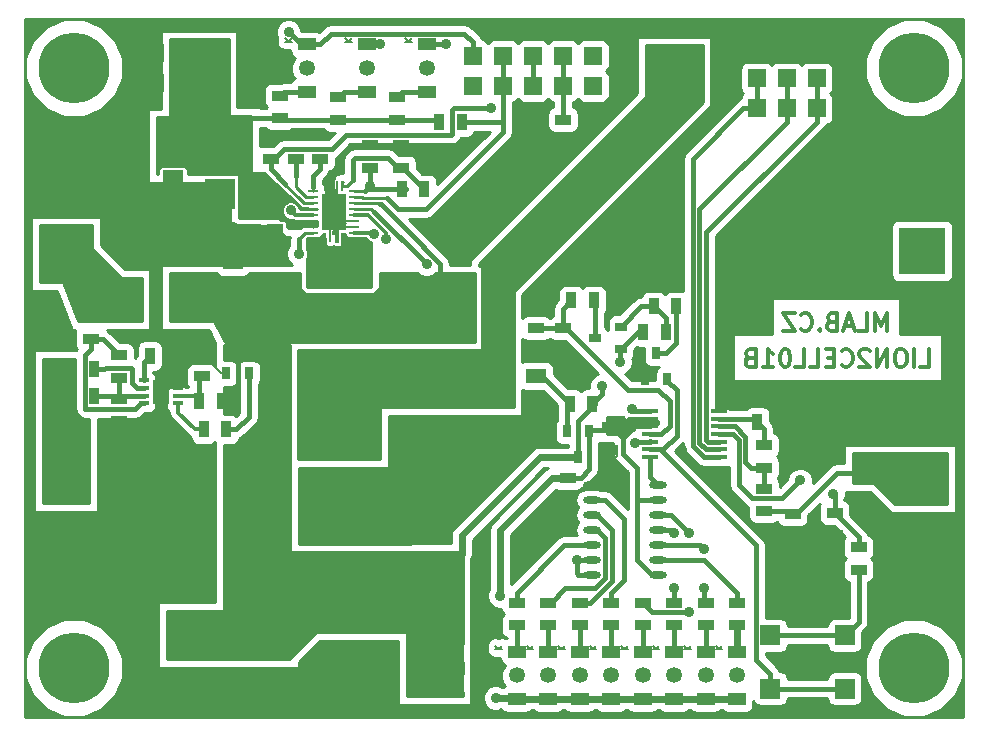
<source format=gbr>
G04 #@! TF.FileFunction,Copper,L2,Bot,Signal*
%FSLAX46Y46*%
G04 Gerber Fmt 4.6, Leading zero omitted, Abs format (unit mm)*
G04 Created by KiCad (PCBNEW 0.201505041002+5641~23~ubuntu14.04.1-product) date St 6. květen 2015, 01:35:33 CEST*
%MOMM*%
G01*
G04 APERTURE LIST*
%ADD10C,0.300000*%
%ADD11C,0.150000*%
%ADD12R,4.000000X4.000000*%
%ADD13R,1.397000X0.889000*%
%ADD14R,2.499360X2.550160*%
%ADD15R,0.889000X1.397000*%
%ADD16R,1.800860X2.499360*%
%ADD17R,1.500000X1.050000*%
%ADD18C,1.350000*%
%ADD19R,1.699260X1.300480*%
%ADD20R,2.000000X3.180000*%
%ADD21R,1.524000X1.524000*%
%ADD22R,3.810000X3.810000*%
%ADD23R,5.500000X3.000000*%
%ADD24C,6.000000*%
%ADD25R,0.800100X1.000760*%
%ADD26R,1.000760X0.800100*%
%ADD27R,3.200000X1.000000*%
%ADD28R,2.032000X1.524000*%
%ADD29O,1.473200X0.609600*%
%ADD30R,1.676400X1.676400*%
%ADD31R,1.450000X0.450000*%
%ADD32R,0.850000X0.350000*%
%ADD33R,1.400000X2.000000*%
%ADD34R,2.550160X2.700020*%
%ADD35R,0.850000X0.280000*%
%ADD36R,2.050000X3.050000*%
%ADD37R,0.280000X0.850000*%
%ADD38R,0.280000X1.125000*%
%ADD39R,0.400000X0.450000*%
%ADD40C,0.600000*%
%ADD41C,0.890000*%
%ADD42C,0.400000*%
%ADD43C,0.180000*%
%ADD44C,0.250000*%
%ADD45C,0.254000*%
%ADD46C,0.600000*%
%ADD47C,0.500000*%
G04 APERTURE END LIST*
D10*
X76723000Y30563429D02*
X77437286Y30563429D01*
X77437286Y32063429D01*
X76223000Y30563429D02*
X76223000Y32063429D01*
X75223000Y32063429D02*
X74937286Y32063429D01*
X74794428Y31992000D01*
X74651571Y31849143D01*
X74580143Y31563429D01*
X74580143Y31063429D01*
X74651571Y30777714D01*
X74794428Y30634857D01*
X74937286Y30563429D01*
X75223000Y30563429D01*
X75365857Y30634857D01*
X75508714Y30777714D01*
X75580143Y31063429D01*
X75580143Y31563429D01*
X75508714Y31849143D01*
X75365857Y31992000D01*
X75223000Y32063429D01*
X73937285Y30563429D02*
X73937285Y32063429D01*
X73080142Y30563429D01*
X73080142Y32063429D01*
X72437285Y31920571D02*
X72365856Y31992000D01*
X72222999Y32063429D01*
X71865856Y32063429D01*
X71722999Y31992000D01*
X71651570Y31920571D01*
X71580142Y31777714D01*
X71580142Y31634857D01*
X71651570Y31420571D01*
X72508713Y30563429D01*
X71580142Y30563429D01*
X70080142Y30706286D02*
X70151571Y30634857D01*
X70365857Y30563429D01*
X70508714Y30563429D01*
X70722999Y30634857D01*
X70865857Y30777714D01*
X70937285Y30920571D01*
X71008714Y31206286D01*
X71008714Y31420571D01*
X70937285Y31706286D01*
X70865857Y31849143D01*
X70722999Y31992000D01*
X70508714Y32063429D01*
X70365857Y32063429D01*
X70151571Y31992000D01*
X70080142Y31920571D01*
X69437285Y31349143D02*
X68937285Y31349143D01*
X68722999Y30563429D02*
X69437285Y30563429D01*
X69437285Y32063429D01*
X68722999Y32063429D01*
X67365856Y30563429D02*
X68080142Y30563429D01*
X68080142Y32063429D01*
X66151570Y30563429D02*
X66865856Y30563429D01*
X66865856Y32063429D01*
X65365856Y32063429D02*
X65222999Y32063429D01*
X65080142Y31992000D01*
X65008713Y31920571D01*
X64937284Y31777714D01*
X64865856Y31492000D01*
X64865856Y31134857D01*
X64937284Y30849143D01*
X65008713Y30706286D01*
X65080142Y30634857D01*
X65222999Y30563429D01*
X65365856Y30563429D01*
X65508713Y30634857D01*
X65580142Y30706286D01*
X65651570Y30849143D01*
X65722999Y31134857D01*
X65722999Y31492000D01*
X65651570Y31777714D01*
X65580142Y31920571D01*
X65508713Y31992000D01*
X65365856Y32063429D01*
X63437285Y30563429D02*
X64294428Y30563429D01*
X63865856Y30563429D02*
X63865856Y32063429D01*
X64008713Y31849143D01*
X64151571Y31706286D01*
X64294428Y31634857D01*
X62294428Y31349143D02*
X62080142Y31277714D01*
X62008714Y31206286D01*
X61937285Y31063429D01*
X61937285Y30849143D01*
X62008714Y30706286D01*
X62080142Y30634857D01*
X62223000Y30563429D01*
X62794428Y30563429D01*
X62794428Y32063429D01*
X62294428Y32063429D01*
X62151571Y31992000D01*
X62080142Y31920571D01*
X62008714Y31777714D01*
X62008714Y31634857D01*
X62080142Y31492000D01*
X62151571Y31420571D01*
X62294428Y31349143D01*
X62794428Y31349143D01*
X73917428Y33611429D02*
X73917428Y35111429D01*
X73417428Y34040000D01*
X72917428Y35111429D01*
X72917428Y33611429D01*
X71488856Y33611429D02*
X72203142Y33611429D01*
X72203142Y35111429D01*
X71060285Y34040000D02*
X70345999Y34040000D01*
X71203142Y33611429D02*
X70703142Y35111429D01*
X70203142Y33611429D01*
X69203142Y34397143D02*
X68988856Y34325714D01*
X68917428Y34254286D01*
X68845999Y34111429D01*
X68845999Y33897143D01*
X68917428Y33754286D01*
X68988856Y33682857D01*
X69131714Y33611429D01*
X69703142Y33611429D01*
X69703142Y35111429D01*
X69203142Y35111429D01*
X69060285Y35040000D01*
X68988856Y34968571D01*
X68917428Y34825714D01*
X68917428Y34682857D01*
X68988856Y34540000D01*
X69060285Y34468571D01*
X69203142Y34397143D01*
X69703142Y34397143D01*
X68203142Y33754286D02*
X68131714Y33682857D01*
X68203142Y33611429D01*
X68274571Y33682857D01*
X68203142Y33754286D01*
X68203142Y33611429D01*
X66631713Y33754286D02*
X66703142Y33682857D01*
X66917428Y33611429D01*
X67060285Y33611429D01*
X67274570Y33682857D01*
X67417428Y33825714D01*
X67488856Y33968571D01*
X67560285Y34254286D01*
X67560285Y34468571D01*
X67488856Y34754286D01*
X67417428Y34897143D01*
X67274570Y35040000D01*
X67060285Y35111429D01*
X66917428Y35111429D01*
X66703142Y35040000D01*
X66631713Y34968571D01*
X66131713Y35111429D02*
X65131713Y35111429D01*
X66131713Y33611429D01*
X65131713Y33611429D01*
D11*
X23258780Y58094880D02*
X22953980Y58414920D01*
X23243540Y58132980D02*
X23515320Y58407300D01*
X23515320Y58102500D02*
X22946360Y58097420D01*
X28338780Y58094880D02*
X28033980Y58414920D01*
X28323540Y58132980D02*
X28595320Y58407300D01*
X28595320Y58102500D02*
X28026360Y58097420D01*
X33418780Y58094880D02*
X33113980Y58414920D01*
X33403540Y58132980D02*
X33675320Y58407300D01*
X33675320Y58102500D02*
X33106360Y58097420D01*
X41038780Y6659880D02*
X40733980Y6979920D01*
X41023540Y6697980D02*
X41295320Y6972300D01*
X41295320Y6667500D02*
X40726360Y6662420D01*
X43705780Y6659880D02*
X43400980Y6979920D01*
X43690540Y6697980D02*
X43962320Y6972300D01*
X43962320Y6667500D02*
X43393360Y6662420D01*
X46372780Y6659880D02*
X46067980Y6979920D01*
X46357540Y6697980D02*
X46629320Y6972300D01*
X46629320Y6667500D02*
X46060360Y6662420D01*
X49039780Y6659880D02*
X48734980Y6979920D01*
X49024540Y6697980D02*
X49296320Y6972300D01*
X49296320Y6667500D02*
X48727360Y6662420D01*
X51706780Y6659880D02*
X51401980Y6979920D01*
X51691540Y6697980D02*
X51963320Y6972300D01*
X51963320Y6667500D02*
X51394360Y6662420D01*
X54373780Y6659880D02*
X54068980Y6979920D01*
X54358540Y6697980D02*
X54630320Y6972300D01*
X54630320Y6667500D02*
X54061360Y6662420D01*
X57040780Y6659880D02*
X56735980Y6979920D01*
X57025540Y6697980D02*
X57297320Y6972300D01*
X57297320Y6667500D02*
X56728360Y6662420D01*
X59707780Y6659880D02*
X59402980Y6979920D01*
X59692540Y6697980D02*
X59964320Y6972300D01*
X59964320Y6667500D02*
X59395360Y6662420D01*
D12*
X4390000Y40384000D03*
X76890000Y40384000D03*
X4390000Y21084000D03*
X76890000Y21084000D03*
D13*
X8890000Y27876500D03*
X8890000Y25971500D03*
D14*
X17399000Y45227240D03*
X17399000Y50276760D03*
D13*
X20193000Y44132500D03*
X20193000Y42227500D03*
X8890000Y31559500D03*
X8890000Y29654500D03*
D15*
X11493500Y31496000D03*
X13398500Y31496000D03*
D13*
X21717000Y48196500D03*
X21717000Y50101500D03*
X22098000Y44132500D03*
X22098000Y42227500D03*
X15875000Y29781500D03*
X15875000Y31686500D03*
X32766000Y47434500D03*
X32766000Y49339500D03*
X24765000Y23431500D03*
X24765000Y21526500D03*
X50419000Y25463500D03*
X50419000Y23558500D03*
X63500000Y22034500D03*
X63500000Y23939500D03*
X69469000Y18224500D03*
X69469000Y16319500D03*
D15*
X68770500Y25908000D03*
X66865500Y25908000D03*
D13*
X65913000Y18097500D03*
X65913000Y16192500D03*
X44196000Y33845500D03*
X44196000Y31940500D03*
X46863000Y21145500D03*
X46863000Y19240500D03*
D16*
X13462000Y46007020D03*
X13462000Y50004980D03*
X18542000Y40098980D03*
X18542000Y36101020D03*
D17*
X24765000Y53880000D03*
X24765000Y57880000D03*
D18*
X24765000Y55880000D03*
D17*
X29845000Y53880000D03*
X29845000Y57880000D03*
D18*
X29845000Y55880000D03*
D17*
X34925000Y53880000D03*
X34925000Y57880000D03*
D18*
X34925000Y55880000D03*
D19*
X44196000Y26316940D03*
X44196000Y29817060D03*
D17*
X42545000Y2445000D03*
X42545000Y6445000D03*
D18*
X42545000Y4445000D03*
D17*
X45212000Y2445000D03*
X45212000Y6445000D03*
D18*
X45212000Y4445000D03*
D17*
X47879000Y2445000D03*
X47879000Y6445000D03*
D18*
X47879000Y4445000D03*
D17*
X50546000Y2445000D03*
X50546000Y6445000D03*
D18*
X50546000Y4445000D03*
D17*
X53213000Y2445000D03*
X53213000Y6445000D03*
D18*
X53213000Y4445000D03*
D17*
X55880000Y2445000D03*
X55880000Y6445000D03*
D18*
X55880000Y4445000D03*
D17*
X58547000Y2445000D03*
X58547000Y6445000D03*
D18*
X58547000Y4445000D03*
D20*
X9565000Y36322000D03*
X14565000Y36322000D03*
D21*
X19558000Y57150000D03*
X19558000Y54610000D03*
X17018000Y57150000D03*
X17018000Y54610000D03*
X14478000Y57150000D03*
X14478000Y54610000D03*
X11938000Y57150000D03*
X11938000Y54610000D03*
X49022000Y54356000D03*
X49022000Y56896000D03*
X38862000Y56896000D03*
X38862000Y54356000D03*
X43942000Y54356000D03*
X43942000Y56896000D03*
X46482000Y54356000D03*
X46482000Y56896000D03*
X41402000Y54356000D03*
X41402000Y56896000D03*
X31750000Y3810000D03*
X31750000Y6350000D03*
X34290000Y3810000D03*
X34290000Y6350000D03*
X36830000Y3810000D03*
X36830000Y6350000D03*
X39370000Y3810000D03*
X39370000Y6350000D03*
D22*
X14939000Y7874000D03*
X19939000Y7874000D03*
X14939000Y2921000D03*
X19939000Y2921000D03*
D21*
X62865000Y52451000D03*
X62865000Y54991000D03*
X65405000Y52451000D03*
X65405000Y54991000D03*
X67945000Y52451000D03*
X67945000Y54991000D03*
X59690000Y56896000D03*
X59690000Y54356000D03*
X57150000Y56896000D03*
X57150000Y54356000D03*
X54610000Y56896000D03*
X54610000Y54356000D03*
X52070000Y56896000D03*
X52070000Y54356000D03*
D23*
X27559000Y38909000D03*
X27559000Y28909000D03*
D24*
X76200000Y5080000D03*
X5080000Y55880000D03*
X5080000Y5080000D03*
X76200000Y55880000D03*
D25*
X18923000Y32214820D03*
X17970500Y30015180D03*
X19875500Y30015180D03*
X47752000Y22903180D03*
X48704500Y25102820D03*
X46799500Y25102820D03*
X54356000Y31706820D03*
X53403500Y29507180D03*
X55308500Y29507180D03*
D26*
X49192180Y33020000D03*
X51391820Y32067500D03*
X51391820Y33972500D03*
D13*
X6477000Y32956500D03*
X6477000Y34861500D03*
D15*
X6794500Y28067000D03*
X4889500Y28067000D03*
X6794500Y30353000D03*
X4889500Y30353000D03*
D13*
X46482000Y51498500D03*
X46482000Y49593500D03*
D15*
X36004500Y51308000D03*
X37909500Y51308000D03*
D13*
X22479000Y51625500D03*
X22479000Y53530500D03*
X27432000Y51498500D03*
X27432000Y53403500D03*
X32385000Y51498500D03*
X32385000Y53403500D03*
D15*
X15684500Y27686000D03*
X17589500Y27686000D03*
X17970500Y25273000D03*
X16065500Y25273000D03*
D13*
X25908000Y48196500D03*
X25908000Y50101500D03*
X23876000Y48196500D03*
X23876000Y50101500D03*
D15*
X32829500Y45593000D03*
X34734500Y45593000D03*
D13*
X30099000Y49339500D03*
X30099000Y47434500D03*
D27*
X36957000Y37517000D03*
X36957000Y31317000D03*
D13*
X63500000Y18351500D03*
X63500000Y20256500D03*
D15*
X64833500Y25908000D03*
X62928500Y25908000D03*
D13*
X71501000Y13398500D03*
X71501000Y15303500D03*
D15*
X47053500Y27432000D03*
X48958500Y27432000D03*
D28*
X72136000Y21590000D03*
X72136000Y24892000D03*
D13*
X46482000Y31940500D03*
X46482000Y33845500D03*
D15*
X49085500Y36195000D03*
X47180500Y36195000D03*
X54165500Y35687000D03*
X56070500Y35687000D03*
X53276500Y33528000D03*
X55181500Y33528000D03*
D13*
X42545000Y8699500D03*
X42545000Y10604500D03*
X45212000Y8699500D03*
X45212000Y10604500D03*
X47879000Y8699500D03*
X47879000Y10604500D03*
X50546000Y8699500D03*
X50546000Y10604500D03*
X53213000Y8699500D03*
X53213000Y10604500D03*
X55880000Y8699500D03*
X55880000Y10604500D03*
X58547000Y8699500D03*
X58547000Y10604500D03*
D29*
X48895000Y12954000D03*
X48895000Y14224000D03*
X48895000Y15494000D03*
X48895000Y16764000D03*
X54483000Y16764000D03*
X54483000Y15494000D03*
X54483000Y14224000D03*
X54483000Y12954000D03*
X48895000Y18034000D03*
X48895000Y19304000D03*
X48895000Y20574000D03*
X54483000Y18034000D03*
X54483000Y19304000D03*
X54483000Y20574000D03*
D30*
X70333000Y7838000D03*
X70333000Y3338000D03*
X64033000Y7838000D03*
X64033000Y3338000D03*
D31*
X53819000Y22942000D03*
X53819000Y23592000D03*
X53819000Y24242000D03*
X53819000Y24892000D03*
X53819000Y25542000D03*
X53819000Y26192000D03*
X53819000Y26842000D03*
X59719000Y26842000D03*
X59719000Y26192000D03*
X59719000Y25542000D03*
X59719000Y24892000D03*
X59719000Y24242000D03*
X59719000Y23592000D03*
X59719000Y22942000D03*
D32*
X10971000Y28123000D03*
X10971000Y28773000D03*
X10971000Y29423000D03*
X13921000Y29423000D03*
X13921000Y28773000D03*
X13921000Y28123000D03*
X13921000Y27473000D03*
X10971000Y27473000D03*
D33*
X12446000Y28448000D03*
D34*
X35433000Y24384000D03*
X29083000Y24384000D03*
D21*
X70485000Y52451000D03*
X70485000Y54991000D03*
D35*
X25326000Y41938000D03*
D36*
X27051000Y43688000D03*
D35*
X25326000Y42438000D03*
X25326000Y42938000D03*
X25326000Y43438000D03*
X25326000Y43938000D03*
X25326000Y44438000D03*
X25326000Y44938000D03*
X25326000Y45438000D03*
D37*
X26301000Y45913000D03*
X27801000Y45913000D03*
D35*
X28776000Y45438000D03*
X28776000Y44938000D03*
X28776000Y44438000D03*
X28776000Y43938000D03*
X28776000Y43438000D03*
X28776000Y42938000D03*
X28776000Y42438000D03*
X28776000Y41938000D03*
D37*
X27801000Y41463000D03*
X26301000Y41463000D03*
D10*
G36*
X27491000Y41050500D02*
X27211000Y41050500D01*
X27211000Y42175500D01*
X27491000Y42175500D01*
X27491000Y41050500D01*
X27491000Y41050500D01*
G37*
D38*
X26751000Y41613000D03*
X26751000Y45763000D03*
X27351000Y45763000D03*
D39*
X27051000Y41938000D03*
X27051000Y45438000D03*
D40*
X27686000Y42545000D03*
X27686000Y44831000D03*
X26416000Y44831000D03*
X26416000Y42545000D03*
X27051000Y43688000D03*
D17*
X61214000Y2445000D03*
X61214000Y6445000D03*
D18*
X61214000Y4445000D03*
D13*
X61214000Y8699500D03*
X61214000Y10604500D03*
D41*
X14478000Y42926000D03*
X12192000Y1524000D03*
X12192000Y3048000D03*
X12192000Y4318000D03*
X44704000Y18288000D03*
X46736000Y17780000D03*
X42418000Y16002000D03*
X42418000Y13208000D03*
X34030920Y16002000D03*
X36449000Y16002000D03*
X31623000Y16002000D03*
X24892000Y16002000D03*
X28194000Y16002000D03*
X10666806Y24765000D03*
X8890000Y24765000D03*
X12446000Y24765000D03*
X12446000Y26035000D03*
X9652000Y33147000D03*
X14224000Y33147000D03*
X15748000Y33147000D03*
X73787000Y50292000D03*
X72517000Y50292000D03*
X71501000Y50292000D03*
X70358000Y50292000D03*
X39370000Y15240000D03*
X39370000Y13716000D03*
X39370000Y11938000D03*
X18542000Y42418000D03*
X17526000Y42418000D03*
X9144000Y40386000D03*
X10541000Y40386000D03*
X10414000Y45720000D03*
X11684000Y45720000D03*
X11684000Y44450000D03*
X27686000Y21590000D03*
X26416000Y21590000D03*
X76454000Y24384000D03*
X76454000Y25400000D03*
X76454000Y26416000D03*
X76454000Y27432000D03*
X76454000Y28448000D03*
X75438000Y28956000D03*
X74168000Y28956000D03*
X72898000Y28956000D03*
X71882000Y28956000D03*
X70866000Y28956000D03*
X69850000Y28956000D03*
X64389000Y9652000D03*
X65532000Y9652000D03*
X68199000Y9144000D03*
X66548000Y9144000D03*
X59690000Y20320000D03*
X58420000Y21590000D03*
X56515000Y23495000D03*
X61468000Y18542000D03*
X74168000Y27432000D03*
X72898000Y27432000D03*
X71882000Y27432000D03*
X70866000Y27432000D03*
X69850000Y27432000D03*
X52578000Y37211000D03*
X51689000Y36322000D03*
X50800000Y35433000D03*
X55499000Y48133000D03*
X56134000Y48768000D03*
X56769000Y49403000D03*
X57404000Y50038000D03*
X43561000Y45593000D03*
X42926000Y44958000D03*
X42291000Y44323000D03*
X9906000Y52578000D03*
X9906000Y53848000D03*
X9906000Y55118000D03*
X9906000Y56261000D03*
X9906000Y57404000D03*
X46228000Y48260000D03*
X37846000Y48895000D03*
X36703000Y48895000D03*
X35814000Y47752000D03*
X34671000Y47752000D03*
X35433000Y48895000D03*
X34290000Y48895000D03*
X16510000Y43180000D03*
X15494000Y42418000D03*
X14224000Y43942000D03*
X12954000Y43942000D03*
X24910607Y50101500D03*
X69469000Y14859000D03*
X65913000Y14859000D03*
X43180000Y24003000D03*
X44196000Y25019000D03*
X48133000Y29845000D03*
X46609000Y30607000D03*
X52832000Y30861000D03*
X68326000Y27432000D03*
X50165000Y22098000D03*
X50927000Y21209000D03*
X73914000Y17780000D03*
X72009000Y17780000D03*
X70866000Y19558000D03*
X29972000Y21590000D03*
X31242000Y21590000D03*
X32258000Y21590000D03*
X28956000Y21590000D03*
X75311000Y27432000D03*
X75184000Y26162000D03*
X75184000Y24638000D03*
X22987000Y2921000D03*
X24257000Y2921000D03*
X25400000Y2921000D03*
X26543000Y2921000D03*
X27686000Y2921000D03*
X28829000Y2921000D03*
X43434000Y35433000D03*
X45085000Y35433000D03*
X44323000Y37084000D03*
X45593000Y36957000D03*
X40386000Y52451000D03*
X34925000Y39243000D03*
X34925000Y31242000D03*
X40767000Y2540000D03*
X41148000Y11176000D03*
X69342000Y19812000D03*
X52324000Y27017010D03*
X23241000Y58934168D03*
X23421502Y43815000D03*
X30988000Y57912000D03*
X30494723Y41827200D03*
X36576000Y57912000D03*
X24130000Y40132000D03*
X31496000Y41402000D03*
X30099000Y45847000D03*
X66548000Y20955000D03*
X57150000Y9779000D03*
X57150000Y16510000D03*
X55880000Y11811000D03*
X55880000Y16510000D03*
X58420000Y11811000D03*
X58420000Y15113000D03*
X47625000Y14224000D03*
X52576971Y24168153D03*
X51308000Y30988000D03*
X49784000Y28956000D03*
D42*
X8763000Y28003500D02*
X8890000Y27876500D01*
X9136500Y28123000D02*
X8890000Y27876500D01*
X10971000Y28123000D02*
X9136500Y28123000D01*
X8699500Y28067000D02*
X8890000Y27876500D01*
X6794500Y28067000D02*
X8699500Y28067000D01*
X8890000Y27876500D02*
X8890000Y29654500D01*
D43*
X12954000Y43942000D02*
X14478000Y42926000D01*
X12192000Y3302000D02*
X12192000Y3048000D01*
X14939000Y2921000D02*
X13589000Y2921000D01*
X13589000Y2921000D02*
X12192000Y4318000D01*
X42418000Y16002000D02*
X44958000Y16002000D01*
X44958000Y16002000D02*
X46736000Y17780000D01*
X42418000Y15049500D02*
X42418000Y13208000D01*
X46863000Y19240500D02*
X46609000Y19240500D01*
X46609000Y19240500D02*
X42418000Y15049500D01*
X36449000Y16002000D02*
X34030920Y16002000D01*
X24892000Y16002000D02*
X31623000Y16002000D01*
X28956000Y21165736D02*
X28194000Y16002000D01*
X28956000Y21590000D02*
X28956000Y21165736D01*
X12446000Y24765000D02*
X10666806Y24765000D01*
X12446000Y28448000D02*
X12446000Y26035000D01*
X14224000Y33147000D02*
X9652000Y33147000D01*
X13398500Y31496000D02*
X14097000Y31496000D01*
X14097000Y31496000D02*
X15748000Y33147000D01*
X72517000Y50292000D02*
X73787000Y50292000D01*
X70358000Y50292000D02*
X71501000Y50292000D01*
X39370000Y13716000D02*
X39370000Y15240000D01*
X39370000Y6350000D02*
X39370000Y11938000D01*
X17526000Y42418000D02*
X18542000Y42418000D01*
X10541000Y40386000D02*
X9144000Y40386000D01*
X11684000Y45720000D02*
X10414000Y45720000D01*
X12954000Y43942000D02*
X12573000Y43942000D01*
X12573000Y43942000D02*
X11684000Y44450000D01*
X27686000Y21590000D02*
X28956000Y21590000D01*
X24765000Y21526500D02*
X26352500Y21526500D01*
X26352500Y21526500D02*
X26416000Y21590000D01*
X76454000Y25400000D02*
X76454000Y24384000D01*
X76454000Y27432000D02*
X76454000Y26416000D01*
X75438000Y28956000D02*
X76454000Y28448000D01*
X72898000Y28956000D02*
X74168000Y28956000D01*
X70866000Y28956000D02*
X71882000Y28956000D01*
X69850000Y27432000D02*
X69850000Y28956000D01*
X64389000Y9652000D02*
X63627000Y9652000D01*
X66548000Y9144000D02*
X66294000Y9144000D01*
X66294000Y9144000D02*
X65532000Y9652000D01*
X65913000Y14859000D02*
X66548000Y9144000D01*
X56515000Y23495000D02*
X58420000Y21590000D01*
X65913000Y14859000D02*
X64770000Y14859000D01*
X64770000Y14859000D02*
X61468000Y18542000D01*
X72898000Y27432000D02*
X74168000Y27432000D01*
X71882000Y27432000D02*
X72644000Y27432000D01*
X69850000Y27432000D02*
X70866000Y27432000D01*
X51689000Y36322000D02*
X52578000Y37211000D01*
X55499000Y48133000D02*
X50800000Y43434000D01*
X50800000Y43434000D02*
X50800000Y35433000D01*
X56769000Y49403000D02*
X56134000Y48768000D01*
X59690000Y54356000D02*
X59690000Y52324000D01*
X59690000Y52324000D02*
X57404000Y50038000D01*
X42926000Y44958000D02*
X43561000Y45593000D01*
X52070000Y54356000D02*
X52070000Y53194000D01*
X52070000Y53194000D02*
X43199000Y44323000D01*
X43199000Y44323000D02*
X42291000Y44323000D01*
X9906000Y55118000D02*
X9906000Y53848000D01*
X9906000Y56261000D02*
X9906000Y55372000D01*
X11938000Y57150000D02*
X9906000Y57404000D01*
X70485000Y54356000D02*
X70485000Y52705000D01*
X70485000Y54356000D02*
X70485000Y55368000D01*
X70485000Y55368000D02*
X70485000Y56896000D01*
X59690000Y54356000D02*
X59690000Y56896000D01*
X52070000Y54356000D02*
X52070000Y55368000D01*
X52070000Y55368000D02*
X52070000Y56896000D01*
X30099000Y49339500D02*
X32766000Y49339500D01*
X46482000Y49593500D02*
X46482000Y48514000D01*
X46482000Y48514000D02*
X46228000Y48260000D01*
X35433000Y24384000D02*
X42799000Y24384000D01*
X42799000Y24384000D02*
X43180000Y24003000D01*
X50292000Y20574000D02*
X50927000Y21209000D01*
X48895000Y20574000D02*
X50292000Y20574000D01*
X60342000Y27940000D02*
X63055500Y27940000D01*
X63055500Y27940000D02*
X64833500Y26162000D01*
X64833500Y26162000D02*
X64833500Y25908000D01*
X59719000Y26842000D02*
X59719000Y27317000D01*
X59719000Y27317000D02*
X60342000Y27940000D01*
X35814000Y47752000D02*
X35814000Y48006000D01*
X35814000Y48006000D02*
X36703000Y48895000D01*
X35433000Y48895000D02*
X35433000Y48514000D01*
X35433000Y48514000D02*
X34671000Y47752000D01*
X32766000Y49339500D02*
X33845500Y49339500D01*
X33845500Y49339500D02*
X34290000Y48895000D01*
X14224000Y43942000D02*
X15875000Y43942000D01*
X15875000Y43942000D02*
X15494000Y42418000D01*
X13462000Y46007020D02*
X12954000Y43942000D01*
X23876000Y50101500D02*
X26860500Y50101500D01*
X26860500Y50101500D02*
X27178000Y50419000D01*
X24910607Y50101500D02*
X25908000Y50101500D01*
X23876000Y50101500D02*
X24910607Y50101500D01*
X21717000Y50101500D02*
X23876000Y50101500D01*
X65913000Y16192500D02*
X65913000Y14859000D01*
X44196000Y26316940D02*
X44196000Y25019000D01*
X46482000Y31940500D02*
X46482000Y30734000D01*
X46482000Y30734000D02*
X46609000Y30607000D01*
X53403500Y29507180D02*
X53403500Y30289500D01*
X53403500Y30289500D02*
X52832000Y30861000D01*
X68770500Y25908000D02*
X68262500Y27368500D01*
X68262500Y27368500D02*
X68326000Y27432000D01*
X64833500Y25908000D02*
X66865500Y25908000D01*
X71120000Y25908000D02*
X72136000Y24892000D01*
X68770500Y25908000D02*
X71120000Y25908000D01*
X17546320Y30015180D02*
X15875000Y31686500D01*
X17970500Y30015180D02*
X17546320Y30015180D01*
X28101000Y42438000D02*
X28776000Y42438000D01*
X27793000Y42438000D02*
X28101000Y42438000D01*
X27051000Y43180000D02*
X27793000Y42438000D01*
X27051000Y43688000D02*
X27051000Y43180000D01*
X26751000Y43388000D02*
X27051000Y43688000D01*
X26751000Y41613000D02*
X26751000Y43388000D01*
X27051000Y41938000D02*
X27051000Y43688000D01*
X27277000Y41938000D02*
X27355999Y41859001D01*
X27051000Y41938000D02*
X27277000Y41938000D01*
X27355999Y41859001D02*
X27355999Y41706999D01*
X27355999Y41706999D02*
X27355999Y41529000D01*
X51054000Y22987000D02*
X50165000Y22098000D01*
X51054000Y23304500D02*
X51054000Y22987000D01*
X69469000Y14859000D02*
X69469000Y16319500D01*
X20320000Y42481500D02*
X20193000Y42608500D01*
X22098000Y42481500D02*
X20320000Y42481500D01*
X18224500Y42608500D02*
X16510000Y43180000D01*
X20193000Y42608500D02*
X18224500Y42608500D01*
X18288000Y42418000D02*
X16510000Y43180000D01*
X18542000Y40098980D02*
X18288000Y42418000D01*
X12771000Y28773000D02*
X12446000Y28448000D01*
X13921000Y28773000D02*
X12771000Y28773000D01*
X13921000Y30973500D02*
X13398500Y31496000D01*
X13921000Y29423000D02*
X13921000Y30973500D01*
X15684500Y31496000D02*
X15875000Y31686500D01*
X13398500Y31496000D02*
X15684500Y31496000D01*
X27351000Y43988000D02*
X27051000Y43688000D01*
X27351000Y45763000D02*
X27351000Y43988000D01*
X27801000Y42938000D02*
X27051000Y43688000D01*
X28776000Y42938000D02*
X27801000Y42938000D01*
X26751000Y45738000D02*
X27051000Y45438000D01*
X26751000Y45763000D02*
X26751000Y45738000D01*
X73914000Y17780000D02*
X72009000Y17780000D01*
X8890000Y25971500D02*
X8890000Y17907000D01*
X8890000Y17907000D02*
X8509000Y17526000D01*
X8509000Y17526000D02*
X6535461Y17526000D01*
X12065000Y3710000D02*
X12065000Y4445000D01*
X12854000Y2921000D02*
X12065000Y3710000D01*
X14939000Y2921000D02*
X12854000Y2921000D01*
X12065000Y3556000D02*
X12065000Y3175000D01*
X12065000Y1270000D02*
X12065000Y1977388D01*
X29083000Y21590000D02*
X29972000Y21590000D01*
X31242000Y21590000D02*
X32258000Y21590000D01*
D44*
X76454000Y27432000D02*
X75311000Y27432000D01*
X75184000Y26162000D02*
X75184000Y24638000D01*
D42*
X19939000Y2921000D02*
X22987000Y2921000D01*
X24257000Y2921000D02*
X25400000Y2921000D01*
X26543000Y2921000D02*
X27686000Y2921000D01*
X45656999Y37655999D02*
X43434000Y35433000D01*
X52133001Y37655999D02*
X45656999Y37655999D01*
X52578000Y37211000D02*
X52133001Y37655999D01*
X45085000Y36322000D02*
X44323000Y37084000D01*
X45085000Y35433000D02*
X45085000Y36322000D01*
X32385000Y51498500D02*
X35814000Y51498500D01*
X35814000Y51498500D02*
X36004500Y51308000D01*
X16827500Y51625500D02*
X17399000Y51054000D01*
X17399000Y51054000D02*
X17399000Y50276760D01*
X22479000Y51625500D02*
X16827500Y51625500D01*
X27432000Y51498500D02*
X22606000Y51498500D01*
X22606000Y51498500D02*
X22479000Y51625500D01*
X32385000Y51498500D02*
X27432000Y51498500D01*
D45*
X14478000Y50131980D02*
X14224000Y49877980D01*
X14478000Y54610000D02*
X14478000Y50131980D01*
X18524220Y49877980D02*
X18796000Y50149760D01*
X14224000Y49877980D02*
X18524220Y49877980D01*
X22987000Y51467000D02*
X23489802Y51467000D01*
D44*
X25326000Y42438000D02*
X25326000Y42938000D01*
D42*
X6477000Y32112000D02*
X6477000Y32956500D01*
X5969999Y31604999D02*
X6477000Y32112000D01*
X6045999Y26988499D02*
X5969999Y27064499D01*
X10236499Y26988499D02*
X6045999Y26988499D01*
X5969999Y27064499D02*
X5969999Y31604999D01*
X10721000Y27473000D02*
X10236499Y26988499D01*
X10971000Y27473000D02*
X10721000Y27473000D01*
X7493000Y32956500D02*
X8890000Y31559500D01*
X6477000Y32956500D02*
X7493000Y32956500D01*
X10971000Y30973500D02*
X11493500Y31496000D01*
X10971000Y29423000D02*
X10971000Y30973500D01*
X43942000Y54356000D02*
X43942000Y56896000D01*
X21717000Y48196500D02*
X21971000Y48196500D01*
X21971000Y48196500D02*
X22815500Y49041000D01*
X22815500Y49041000D02*
X26930500Y49041000D01*
X26930500Y49041000D02*
X28118999Y50229499D01*
X28118999Y50229499D02*
X37008999Y50229499D01*
X37225498Y52451000D02*
X40386000Y52451000D01*
X37008999Y50229499D02*
X37084999Y50305499D01*
X37084999Y50305499D02*
X37084999Y52310501D01*
X37084999Y52310501D02*
X37225498Y52451000D01*
X21717000Y47352000D02*
X21717000Y48196500D01*
D44*
X24542875Y44438000D02*
X24130000Y44850875D01*
X25326000Y44438000D02*
X24542875Y44438000D01*
D42*
X21717000Y47352000D02*
X22974267Y46094733D01*
D44*
X22974267Y46006608D02*
X24130000Y44850875D01*
X22974267Y46094733D02*
X22974267Y46006608D01*
D10*
X15247500Y28123000D02*
X15684500Y27686000D01*
X13921000Y28123000D02*
X15247500Y28123000D01*
D42*
X15684500Y29591000D02*
X15875000Y29781500D01*
X15684500Y27686000D02*
X15684500Y29591000D01*
X28702000Y46424000D02*
X28702000Y48120500D01*
X28702000Y48120500D02*
X28860500Y48279000D01*
X28860500Y48279000D02*
X31667500Y48279000D01*
X31667500Y48279000D02*
X32512000Y47434500D01*
X32512000Y47434500D02*
X32766000Y47434500D01*
D44*
X27801000Y45913000D02*
X28191000Y45913000D01*
X28191000Y45913000D02*
X28702000Y46424000D01*
X27801000Y46198000D02*
X27813000Y46210000D01*
X27801000Y45913000D02*
X27801000Y46198000D01*
D42*
X32893000Y47434500D02*
X34734500Y45593000D01*
X32766000Y47434500D02*
X32893000Y47434500D01*
D44*
X28776000Y43938000D02*
X30230000Y43938000D01*
X30230000Y43938000D02*
X30480000Y43688000D01*
D42*
X30480000Y43688000D02*
X34925000Y39243000D01*
D46*
X58547000Y2445000D02*
X61214000Y2445000D01*
X40767000Y2540000D02*
X42450000Y2540000D01*
X42450000Y2540000D02*
X42545000Y2445000D01*
X41148000Y16729000D02*
X41148000Y11176000D01*
X58547000Y2445000D02*
X55880000Y2445000D01*
X53213000Y2445000D02*
X55880000Y2445000D01*
X50546000Y2445000D02*
X53213000Y2445000D01*
X47879000Y2445000D02*
X50546000Y2445000D01*
X47879000Y2445000D02*
X45212000Y2445000D01*
X42545000Y2445000D02*
X45212000Y2445000D01*
X46863000Y21145500D02*
X45564500Y21145500D01*
X45564500Y21145500D02*
X41148000Y16729000D01*
D42*
X52485000Y25542000D02*
X53819000Y25542000D01*
X52152500Y25209500D02*
X52485000Y25542000D01*
X51054000Y25209500D02*
X52152500Y25209500D01*
X52036500Y26192000D02*
X53819000Y26192000D01*
X51054000Y25209500D02*
X52036500Y26192000D01*
X48811180Y25209500D02*
X48704500Y25102820D01*
X51054000Y25209500D02*
X48811180Y25209500D01*
X48704500Y25002490D02*
X48704500Y25102820D01*
X54051200Y12954000D02*
X52777010Y14228190D01*
X54483000Y12954000D02*
X54051200Y12954000D01*
X52948333Y19304000D02*
X52777010Y19475323D01*
X54483000Y19304000D02*
X52948333Y19304000D01*
X52777010Y14228190D02*
X52777010Y19475323D01*
X48704500Y24202440D02*
X48704500Y25102820D01*
X48704500Y21888500D02*
X48704500Y24202440D01*
X47961500Y21145500D02*
X48704500Y21888500D01*
X46863000Y21145500D02*
X47961500Y21145500D01*
X50800000Y25336500D02*
X51054000Y25336500D01*
X50673000Y25463500D02*
X51562000Y24574500D01*
X50419000Y25463500D02*
X50673000Y25463500D01*
X51562000Y23207955D02*
X52777010Y21992945D01*
X52777010Y19475323D02*
X52777010Y21992945D01*
X52152500Y25165000D02*
X52152500Y25209500D01*
X51562000Y24574500D02*
X52152500Y25165000D01*
X51562000Y24324945D02*
X51562000Y24574500D01*
X51562000Y24324945D02*
X51562000Y23207955D01*
X63500000Y20256500D02*
X63500000Y22034500D01*
X60844000Y25542000D02*
X59719000Y25542000D01*
X61003258Y25542000D02*
X60844000Y25542000D01*
X61921009Y24624249D02*
X61003258Y25542000D01*
X61921010Y22514990D02*
X61921009Y24624249D01*
X62401500Y22034500D02*
X61921010Y22514990D01*
X63500000Y22034500D02*
X62401500Y22034500D01*
X63500000Y23939500D02*
X63500000Y25336500D01*
X63500000Y25336500D02*
X62928500Y25908000D01*
X62644500Y26192000D02*
X62928500Y25908000D01*
X59719000Y26192000D02*
X62644500Y26192000D01*
X71501000Y16192500D02*
X69469000Y18224500D01*
X71501000Y15303500D02*
X71501000Y16192500D01*
X69469000Y19685000D02*
X69342000Y19812000D01*
X69469000Y18224500D02*
X69469000Y19685000D01*
X52499010Y26842000D02*
X52324000Y27017010D01*
X53819000Y26842000D02*
X52499010Y26842000D01*
X44196000Y33845500D02*
X46482000Y33845500D01*
X46482000Y35496500D02*
X47180500Y36195000D01*
X46482000Y33845500D02*
X46482000Y35496500D01*
X46736000Y33845500D02*
X46482000Y33845500D01*
X51954701Y28626799D02*
X46736000Y33845500D01*
X54558201Y28626799D02*
X51954701Y28626799D01*
X55499000Y27686000D02*
X54558201Y28626799D01*
X55499000Y25587998D02*
X55499000Y27686000D01*
X54803002Y24892000D02*
X55499000Y25587998D01*
X53819000Y24892000D02*
X54803002Y24892000D01*
X24765000Y53880000D02*
X22828500Y53880000D01*
X22828500Y53880000D02*
X22479000Y53530500D01*
X24765000Y57880000D02*
X24295168Y57880000D01*
X24733000Y57912000D02*
X24765000Y57880000D01*
X38134999Y58785001D02*
X38862000Y58058000D01*
X26820001Y58785001D02*
X38134999Y58785001D01*
X38862000Y58058000D02*
X38862000Y56896000D01*
X25915000Y57880000D02*
X26820001Y58785001D01*
X24765000Y57880000D02*
X25915000Y57880000D01*
X24765000Y57880000D02*
X24389279Y57880000D01*
X24765000Y57880000D02*
X24670000Y57880000D01*
X24295168Y57880000D02*
X23241000Y58934168D01*
D10*
X23798502Y43438000D02*
X23421502Y43815000D01*
X25326000Y43438000D02*
X23798502Y43438000D01*
D42*
X29845000Y53880000D02*
X27908500Y53880000D01*
X27908500Y53880000D02*
X27432000Y53403500D01*
D47*
X29845000Y57880000D02*
X30956000Y57880000D01*
X30956000Y57880000D02*
X30988000Y57912000D01*
D42*
X29877000Y57912000D02*
X29845000Y57880000D01*
D10*
X30383923Y41938000D02*
X30494723Y41827200D01*
X28776000Y41938000D02*
X30383923Y41938000D01*
D42*
X34925000Y53880000D02*
X32861500Y53880000D01*
X32861500Y53880000D02*
X32385000Y53403500D01*
X34925000Y57880000D02*
X36544000Y57880000D01*
X36544000Y57880000D02*
X36576000Y57912000D01*
D44*
X24651000Y41938000D02*
X24130000Y41417000D01*
X25326000Y41938000D02*
X24651000Y41938000D01*
D42*
X24130000Y41417000D02*
X24130000Y40386000D01*
X24130000Y40386000D02*
X24130000Y40132000D01*
X46799500Y27178000D02*
X47053500Y27432000D01*
X46799500Y25102820D02*
X46799500Y27178000D01*
X44668440Y29817060D02*
X47053500Y27432000D01*
X44196000Y29817060D02*
X44668440Y29817060D01*
X42545000Y6445000D02*
X42545000Y8699500D01*
X45212000Y8699500D02*
X45212000Y6445000D01*
X47879000Y6445000D02*
X47879000Y8699500D01*
X50546000Y6445000D02*
X50546000Y8699500D01*
X53213000Y6445000D02*
X53213000Y8699500D01*
X55880000Y6445000D02*
X55880000Y8699500D01*
X58547000Y6445000D02*
X58547000Y8699500D01*
X46482000Y54356000D02*
X46482000Y56896000D01*
X46482000Y54356000D02*
X46482000Y51498500D01*
D10*
X31496000Y41921952D02*
X31496000Y41402000D01*
X29979952Y43438000D02*
X31496000Y41921952D01*
X28776000Y43438000D02*
X29979952Y43438000D01*
D42*
X41402000Y54356000D02*
X41402000Y51353464D01*
X41402000Y51353464D02*
X41402000Y50433498D01*
X37909500Y51308000D02*
X41356536Y51308000D01*
X41356536Y51308000D02*
X41402000Y51353464D01*
X41402000Y50433498D02*
X34910502Y43942000D01*
X34910502Y43942000D02*
X32512000Y43942000D01*
X32512000Y43942000D02*
X31610990Y44843010D01*
X41402000Y56896000D02*
X41402000Y54356000D01*
D44*
X29578990Y44843010D02*
X31610990Y44843010D01*
X29484000Y44938000D02*
X29578990Y44843010D01*
X28776000Y44938000D02*
X29484000Y44938000D01*
X26301000Y40167000D02*
X27559000Y38909000D01*
X26301000Y41463000D02*
X26301000Y40167000D01*
X27801000Y39151000D02*
X27559000Y38909000D01*
X27801000Y41463000D02*
X27801000Y39151000D01*
D42*
X19875500Y29114800D02*
X19875500Y30015180D01*
X19875500Y26333500D02*
X19875500Y29114800D01*
X18815000Y25273000D02*
X19875500Y26333500D01*
X17970500Y25273000D02*
X18815000Y25273000D01*
X56070500Y34588500D02*
X56070500Y35687000D01*
X56070500Y32589998D02*
X56070500Y34588500D01*
X55187322Y31706820D02*
X56070500Y32589998D01*
X54356000Y31706820D02*
X55187322Y31706820D01*
X54678781Y23592000D02*
X62814799Y15455982D01*
X62814799Y15455982D02*
X62814799Y5794401D01*
X64033000Y4576200D02*
X64033000Y3338000D01*
X62814799Y5794401D02*
X64033000Y4576200D01*
X53819000Y23592000D02*
X54678781Y23592000D01*
X54678781Y23592000D02*
X54944000Y23592000D01*
X70333000Y3338000D02*
X69094800Y3338000D01*
X69094800Y3338000D02*
X64033000Y3338000D01*
X55308500Y29406850D02*
X55308500Y29507180D01*
X56108550Y28606800D02*
X55308500Y29406850D01*
X54944000Y23592000D02*
X56108550Y24756550D01*
X56108550Y24756550D02*
X56108550Y28606800D01*
X49192180Y36088320D02*
X49085500Y36195000D01*
X49192180Y33020000D02*
X49192180Y36088320D01*
X55181500Y34671000D02*
X54165500Y35687000D01*
X55181500Y33528000D02*
X55181500Y34671000D01*
X53106320Y35687000D02*
X54165500Y35687000D01*
X51391820Y33972500D02*
X53106320Y35687000D01*
X7639000Y30353000D02*
X6794500Y30353000D01*
X7765001Y30479001D02*
X7639000Y30353000D01*
X9892501Y30479001D02*
X7765001Y30479001D01*
X9968501Y30403001D02*
X9892501Y30479001D01*
X9968501Y29210000D02*
X9968501Y30403001D01*
X10405501Y28773000D02*
X9968501Y29210000D01*
X10971000Y28773000D02*
X10405501Y28773000D01*
D10*
X13921000Y26998000D02*
X13921000Y27473000D01*
X13921000Y26673000D02*
X13921000Y26998000D01*
X15321000Y25273000D02*
X13921000Y26673000D01*
X16065500Y25273000D02*
X15321000Y25273000D01*
D44*
X25326000Y45828000D02*
X25400000Y45902000D01*
X25326000Y45438000D02*
X25326000Y45828000D01*
D42*
X25908000Y47352000D02*
X25908000Y48196500D01*
X25326000Y46770000D02*
X25908000Y47352000D01*
X25326000Y45828000D02*
X25326000Y46770000D01*
X23876000Y46736000D02*
X23876000Y48196500D01*
D44*
X23876000Y45773998D02*
X23876000Y46736000D01*
X24711998Y44938000D02*
X23876000Y45773998D01*
X24831675Y44938000D02*
X24711998Y44938000D01*
X25326000Y44938000D02*
X24831675Y44938000D01*
X28776000Y45438000D02*
X29690000Y45438000D01*
D42*
X29908500Y45656500D02*
X33147000Y45656500D01*
X29690000Y45438000D02*
X29908500Y45656500D01*
X30099000Y45847000D02*
X29908500Y45656500D01*
X30099000Y47434500D02*
X30099000Y45847000D01*
X61341000Y20588498D02*
X62497499Y19431999D01*
X62497499Y19431999D02*
X65024999Y19431999D01*
X65024999Y19431999D02*
X66548000Y20955000D01*
X60877999Y24847001D02*
X61341000Y24384000D01*
X59719000Y24892000D02*
X60833000Y24892000D01*
X60833000Y24892000D02*
X60877999Y24847001D01*
X61341000Y24384000D02*
X61341000Y20588498D01*
X71501000Y9006000D02*
X70333000Y7838000D01*
X71501000Y13398500D02*
X71501000Y9006000D01*
X69094800Y7838000D02*
X64033000Y7838000D01*
X70333000Y7838000D02*
X69094800Y7838000D01*
X48895000Y15494000D02*
X46590000Y15494000D01*
X46590000Y15494000D02*
X42545000Y11449000D01*
X42545000Y11449000D02*
X42545000Y10604500D01*
X48073084Y11811000D02*
X49152267Y11811000D01*
X48073084Y11811000D02*
X46672500Y11811000D01*
X46672500Y11811000D02*
X45466000Y10604500D01*
X45466000Y10604500D02*
X45212000Y10604500D01*
X49326800Y16764000D02*
X48895000Y16764000D01*
X50031600Y16059200D02*
X49326800Y16764000D01*
X50031600Y12690333D02*
X50031600Y16059200D01*
X49152267Y11811000D02*
X50031600Y12690333D01*
X48895000Y18034000D02*
X49326800Y18034000D01*
X49326800Y18034000D02*
X50611610Y16749190D01*
X50611610Y16749190D02*
X50611609Y12450084D01*
X50611609Y12450084D02*
X48766025Y10604500D01*
X48766025Y10604500D02*
X47879000Y10604500D01*
X48895000Y19304000D02*
X50031600Y19304000D01*
X50031600Y19304000D02*
X51644500Y17691100D01*
X51644500Y17691100D02*
X51644500Y12547500D01*
X51644500Y12547500D02*
X50546000Y11449000D01*
X50546000Y11449000D02*
X50546000Y10604500D01*
X49326800Y19304000D02*
X48895000Y19304000D01*
X57150000Y9779000D02*
X54038500Y9779000D01*
X54038500Y9779000D02*
X53213000Y10604500D01*
X54483000Y18034000D02*
X55626000Y18034000D01*
X55626000Y18034000D02*
X57150000Y16510000D01*
X53213000Y10604500D02*
X53644906Y10604500D01*
X55880000Y11811000D02*
X55880000Y10604500D01*
X54483000Y16764000D02*
X55626000Y16764000D01*
X55626000Y16764000D02*
X55880000Y16510000D01*
X58420000Y11811000D02*
X58420000Y10731500D01*
X58420000Y10731500D02*
X58547000Y10604500D01*
X54483000Y15494000D02*
X58039000Y15494000D01*
X58039000Y15494000D02*
X58420000Y15113000D01*
X53819000Y21238000D02*
X54483000Y20574000D01*
X53819000Y22942000D02*
X53819000Y21238000D01*
X49326800Y14224000D02*
X48895000Y14224000D01*
X48895000Y14224000D02*
X47625000Y14224000D01*
X53804000Y24257000D02*
X53819000Y24242000D01*
X47625000Y13081000D02*
X47625000Y14224000D01*
X47752000Y12954000D02*
X47625000Y13081000D01*
X48895000Y12954000D02*
X47752000Y12954000D01*
X52650818Y24242000D02*
X52576971Y24168153D01*
X53819000Y24242000D02*
X52650818Y24242000D01*
X65913000Y18097500D02*
X66167000Y18097500D01*
X66167000Y18097500D02*
X69659500Y21590000D01*
X69659500Y21590000D02*
X70720000Y21590000D01*
X70720000Y21590000D02*
X72136000Y21590000D01*
X65659000Y18351500D02*
X65913000Y18097500D01*
X63500000Y18351500D02*
X65659000Y18351500D01*
X36058546Y38608000D02*
X36058546Y38415454D01*
X36058546Y38415454D02*
X36957000Y37517000D01*
X36058546Y38344546D02*
X36886092Y37517000D01*
X36886092Y37517000D02*
X36957000Y37517000D01*
X36058546Y39315454D02*
X33254539Y42119461D01*
X36058546Y39315454D02*
X36058546Y38608000D01*
X36058546Y38608000D02*
X36058546Y38344546D01*
X33254539Y42119461D02*
X31036000Y44338000D01*
X18923000Y32214820D02*
X18923000Y35720020D01*
X18923000Y35720020D02*
X18542000Y36101020D01*
D46*
X37889581Y14732000D02*
X33782000Y14732000D01*
X44493180Y22903180D02*
X37889581Y16299581D01*
X37889581Y16299581D02*
X37889581Y14732000D01*
X47752000Y22903180D02*
X44493180Y22903180D01*
X33782000Y14732000D02*
X36830000Y11684000D01*
X36830000Y11684000D02*
X36830000Y6350000D01*
D44*
X29223000Y44413000D02*
X29400875Y44413000D01*
X29198000Y44438000D02*
X29223000Y44413000D01*
X28776000Y44438000D02*
X29198000Y44438000D01*
X29400875Y44413000D02*
X30988000Y44413000D01*
D42*
X31036000Y44338000D02*
X30988000Y44338000D01*
X18923000Y31314440D02*
X18923000Y32214820D01*
X18923000Y28175000D02*
X18923000Y31314440D01*
X18434000Y27686000D02*
X18923000Y28175000D01*
X17589500Y27686000D02*
X18434000Y27686000D01*
X52852320Y33528000D02*
X51391820Y32067500D01*
X53276500Y33528000D02*
X52852320Y33528000D01*
X48958500Y27432000D02*
X49149000Y27432000D01*
X51308000Y31983680D02*
X51391820Y32067500D01*
X51308000Y30988000D02*
X51308000Y31983680D01*
X48958500Y27178000D02*
X48958500Y27432000D01*
X47752000Y25971500D02*
X48958500Y27178000D01*
X47752000Y22903180D02*
X47752000Y25971500D01*
X49784000Y28257500D02*
X48958500Y27432000D01*
X49784000Y28956000D02*
X49784000Y28257500D01*
X62865000Y53194000D02*
X62865000Y54356000D01*
X58394482Y22942000D02*
X57453979Y23882503D01*
X59719000Y22942000D02*
X58394482Y22942000D01*
X57453979Y48201979D02*
X57453979Y47057639D01*
X61703000Y52451000D02*
X57453979Y48201979D01*
X62865000Y52451000D02*
X61703000Y52451000D01*
X57453979Y23882503D02*
X57453979Y47057639D01*
X65405000Y53194000D02*
X65405000Y54356000D01*
X58564740Y23592000D02*
X58033989Y24122751D01*
X59719000Y23592000D02*
X58564740Y23592000D01*
X65405000Y52451000D02*
X65405000Y51289000D01*
X65405000Y51289000D02*
X58033989Y43917989D01*
X58033989Y43917989D02*
X58033989Y42819466D01*
X58033989Y24122751D02*
X58033989Y42819466D01*
X67945000Y53194000D02*
X67945000Y54356000D01*
X58734998Y24242000D02*
X58613999Y24362999D01*
X59719000Y24242000D02*
X58734998Y24242000D01*
X58613999Y41957999D02*
X58613999Y41604851D01*
X67945000Y51289000D02*
X58613999Y41957999D01*
X67945000Y52451000D02*
X67945000Y51289000D01*
X58613999Y24362999D02*
X58613999Y41604851D01*
D46*
X61214000Y6445000D02*
X61214000Y8699500D01*
D42*
X54483000Y14224000D02*
X58439000Y14224000D01*
X58439000Y14224000D02*
X61214000Y11449000D01*
X61214000Y11449000D02*
X61214000Y10604500D01*
D45*
G36*
X25654000Y42491000D02*
X24311000Y42491000D01*
X24311000Y42291000D01*
X23293605Y42291000D01*
X23129906Y42454699D01*
X23129906Y42672000D01*
X23105715Y42796684D01*
X23033729Y42906270D01*
X22925055Y42979625D01*
X22796500Y43005406D01*
X22579199Y43005406D01*
X22404605Y43180000D01*
X19304000Y43180000D01*
X19050000Y43180000D01*
X19050000Y46863000D01*
X14695836Y46863000D01*
X14695836Y47256700D01*
X14671645Y47381384D01*
X14599659Y47490970D01*
X14490985Y47564325D01*
X14362430Y47590106D01*
X12561570Y47590106D01*
X12436886Y47565915D01*
X12327300Y47493929D01*
X12253945Y47385255D01*
X12228164Y47256700D01*
X12228164Y46863000D01*
X12065000Y46863000D01*
X12065000Y51689000D01*
X13208000Y51689000D01*
X13208000Y58293000D01*
X18161000Y58293000D01*
X18161000Y51816000D01*
X20066000Y51816000D01*
X20066000Y46990000D01*
X21159743Y46990000D01*
X23366685Y44974966D01*
X23810388Y44531263D01*
X24223262Y44118388D01*
X24223263Y44118388D01*
X24369902Y44020406D01*
X24542875Y43986000D01*
X24794260Y43986000D01*
X24901000Y43964594D01*
X25654000Y43964594D01*
X25654000Y43911406D01*
X25344068Y43911406D01*
X25326000Y43915000D01*
X24193588Y43915000D01*
X24193635Y43967887D01*
X24076353Y44251731D01*
X23859376Y44469088D01*
X23575736Y44586865D01*
X23268615Y44587133D01*
X22984771Y44469851D01*
X22767414Y44252874D01*
X22649637Y43969234D01*
X22649369Y43662113D01*
X22766651Y43378269D01*
X22983628Y43160912D01*
X23267268Y43043135D01*
X23547745Y43042891D01*
X23615962Y42997309D01*
X23798502Y42961000D01*
X25326000Y42961000D01*
X25344068Y42964594D01*
X25654000Y42964594D01*
X25654000Y42491000D01*
X25654000Y42491000D01*
G37*
X25654000Y42491000D02*
X24311000Y42491000D01*
X24311000Y42291000D01*
X23293605Y42291000D01*
X23129906Y42454699D01*
X23129906Y42672000D01*
X23105715Y42796684D01*
X23033729Y42906270D01*
X22925055Y42979625D01*
X22796500Y43005406D01*
X22579199Y43005406D01*
X22404605Y43180000D01*
X19304000Y43180000D01*
X19050000Y43180000D01*
X19050000Y46863000D01*
X14695836Y46863000D01*
X14695836Y47256700D01*
X14671645Y47381384D01*
X14599659Y47490970D01*
X14490985Y47564325D01*
X14362430Y47590106D01*
X12561570Y47590106D01*
X12436886Y47565915D01*
X12327300Y47493929D01*
X12253945Y47385255D01*
X12228164Y47256700D01*
X12228164Y46863000D01*
X12065000Y46863000D01*
X12065000Y51689000D01*
X13208000Y51689000D01*
X13208000Y58293000D01*
X18161000Y58293000D01*
X18161000Y51816000D01*
X20066000Y51816000D01*
X20066000Y46990000D01*
X21159743Y46990000D01*
X23366685Y44974966D01*
X23810388Y44531263D01*
X24223262Y44118388D01*
X24223263Y44118388D01*
X24369902Y44020406D01*
X24542875Y43986000D01*
X24794260Y43986000D01*
X24901000Y43964594D01*
X25654000Y43964594D01*
X25654000Y43911406D01*
X25344068Y43911406D01*
X25326000Y43915000D01*
X24193588Y43915000D01*
X24193635Y43967887D01*
X24076353Y44251731D01*
X23859376Y44469088D01*
X23575736Y44586865D01*
X23268615Y44587133D01*
X22984771Y44469851D01*
X22767414Y44252874D01*
X22649637Y43969234D01*
X22649369Y43662113D01*
X22766651Y43378269D01*
X22983628Y43160912D01*
X23267268Y43043135D01*
X23547745Y43042891D01*
X23615962Y42997309D01*
X23798502Y42961000D01*
X25326000Y42961000D01*
X25344068Y42964594D01*
X25654000Y42964594D01*
X25654000Y42491000D01*
G36*
X30226000Y37338000D02*
X24765000Y37338000D01*
X24765000Y39675072D01*
X24784088Y39694126D01*
X24901865Y39977766D01*
X24902133Y40284887D01*
X24784851Y40568731D01*
X24765000Y40588616D01*
X24765000Y41412776D01*
X24830880Y41478657D01*
X24901000Y41464594D01*
X25751000Y41464594D01*
X25875684Y41488785D01*
X25985270Y41560771D01*
X26058625Y41669445D01*
X26071391Y41733104D01*
X26162000Y41672698D01*
X26162000Y41829594D01*
X26277594Y41829594D01*
X26277594Y41050500D01*
X26301785Y40925816D01*
X26373771Y40816230D01*
X26482445Y40742875D01*
X26611000Y40717094D01*
X26891000Y40717094D01*
X27015684Y40741285D01*
X27050712Y40764295D01*
X27082445Y40742875D01*
X27211000Y40717094D01*
X27491000Y40717094D01*
X27615684Y40741285D01*
X27725270Y40813271D01*
X27798625Y40921945D01*
X27824406Y41050500D01*
X27824406Y41829594D01*
X28017594Y41829594D01*
X28017594Y41798000D01*
X28041785Y41673316D01*
X28113771Y41563730D01*
X28222445Y41490375D01*
X28351000Y41464594D01*
X28757931Y41464594D01*
X28776000Y41461000D01*
X29810729Y41461000D01*
X29839872Y41390469D01*
X30056849Y41173112D01*
X30226000Y41102875D01*
X30226000Y37338000D01*
X30226000Y37338000D01*
G37*
X30226000Y37338000D02*
X24765000Y37338000D01*
X24765000Y39675072D01*
X24784088Y39694126D01*
X24901865Y39977766D01*
X24902133Y40284887D01*
X24784851Y40568731D01*
X24765000Y40588616D01*
X24765000Y41412776D01*
X24830880Y41478657D01*
X24901000Y41464594D01*
X25751000Y41464594D01*
X25875684Y41488785D01*
X25985270Y41560771D01*
X26058625Y41669445D01*
X26071391Y41733104D01*
X26162000Y41672698D01*
X26162000Y41829594D01*
X26277594Y41829594D01*
X26277594Y41050500D01*
X26301785Y40925816D01*
X26373771Y40816230D01*
X26482445Y40742875D01*
X26611000Y40717094D01*
X26891000Y40717094D01*
X27015684Y40741285D01*
X27050712Y40764295D01*
X27082445Y40742875D01*
X27211000Y40717094D01*
X27491000Y40717094D01*
X27615684Y40741285D01*
X27725270Y40813271D01*
X27798625Y40921945D01*
X27824406Y41050500D01*
X27824406Y41829594D01*
X28017594Y41829594D01*
X28017594Y41798000D01*
X28041785Y41673316D01*
X28113771Y41563730D01*
X28222445Y41490375D01*
X28351000Y41464594D01*
X28757931Y41464594D01*
X28776000Y41461000D01*
X29810729Y41461000D01*
X29839872Y41390469D01*
X30056849Y41173112D01*
X30226000Y41102875D01*
X30226000Y37338000D01*
G36*
X58293000Y53011605D02*
X42291000Y37009605D01*
X42291000Y27178000D01*
X30988000Y27178000D01*
X30988000Y22733000D01*
X24003000Y22733000D01*
X24003000Y32004000D01*
X39370000Y32004000D01*
X39370000Y32012000D01*
X39616000Y32012000D01*
X39616000Y39108000D01*
X39370000Y39108000D01*
X39370000Y39317395D01*
X53467000Y53414395D01*
X53467000Y57785000D01*
X58293000Y57785000D01*
X58293000Y53011605D01*
X58293000Y53011605D01*
G37*
X58293000Y53011605D02*
X42291000Y37009605D01*
X42291000Y27178000D01*
X30988000Y27178000D01*
X30988000Y22733000D01*
X24003000Y22733000D01*
X24003000Y32004000D01*
X39370000Y32004000D01*
X39370000Y32012000D01*
X39616000Y32012000D01*
X39616000Y39108000D01*
X39370000Y39108000D01*
X39370000Y39317395D01*
X53467000Y53414395D01*
X53467000Y57785000D01*
X58293000Y57785000D01*
X58293000Y53011605D01*
G36*
X38989000Y32639000D02*
X17858490Y32639000D01*
X16969490Y34417000D01*
X13208000Y34417000D01*
X13208000Y38354000D01*
X13208000Y38481000D01*
X17133560Y38481000D01*
X17186700Y38400104D01*
X17395075Y38259449D01*
X17641570Y38210016D01*
X19442430Y38210016D01*
X19681503Y38256402D01*
X19891626Y38394430D01*
X19950061Y38481000D01*
X24169716Y38481000D01*
X24169716Y37409000D01*
X24216102Y37169927D01*
X24354130Y36959804D01*
X24562505Y36819149D01*
X24809000Y36769716D01*
X30309000Y36769716D01*
X30548073Y36816102D01*
X30758196Y36954130D01*
X30898851Y37162505D01*
X30948284Y37409000D01*
X30948284Y38481000D01*
X34170954Y38481000D01*
X34316968Y38334732D01*
X34710830Y38171186D01*
X35137299Y38170814D01*
X35531446Y38333672D01*
X35679031Y38481000D01*
X38989000Y38481000D01*
X38989000Y32639000D01*
X38989000Y32639000D01*
G37*
X38989000Y32639000D02*
X17858490Y32639000D01*
X16969490Y34417000D01*
X13208000Y34417000D01*
X13208000Y38354000D01*
X13208000Y38481000D01*
X17133560Y38481000D01*
X17186700Y38400104D01*
X17395075Y38259449D01*
X17641570Y38210016D01*
X19442430Y38210016D01*
X19681503Y38256402D01*
X19891626Y38394430D01*
X19950061Y38481000D01*
X24169716Y38481000D01*
X24169716Y37409000D01*
X24216102Y37169927D01*
X24354130Y36959804D01*
X24562505Y36819149D01*
X24809000Y36769716D01*
X30309000Y36769716D01*
X30548073Y36816102D01*
X30758196Y36954130D01*
X30898851Y37162505D01*
X30948284Y37409000D01*
X30948284Y38481000D01*
X34170954Y38481000D01*
X34316968Y38334732D01*
X34710830Y38171186D01*
X35137299Y38170814D01*
X35531446Y38333672D01*
X35679031Y38481000D01*
X38989000Y38481000D01*
X38989000Y32639000D01*
G36*
X10795000Y34417000D02*
X5421223Y34417000D01*
X4151223Y37719000D01*
X2159000Y37719000D01*
X2159000Y38100000D01*
X2159000Y42545000D01*
X6604000Y42545000D01*
X6604000Y40587395D01*
X9091395Y38100000D01*
X10795000Y38100000D01*
X10795000Y34417000D01*
X10795000Y34417000D01*
G37*
X10795000Y34417000D02*
X5421223Y34417000D01*
X4151223Y37719000D01*
X2159000Y37719000D01*
X2159000Y38100000D01*
X2159000Y42545000D01*
X6604000Y42545000D01*
X6604000Y40587395D01*
X9091395Y38100000D01*
X10795000Y38100000D01*
X10795000Y34417000D01*
G36*
X6350000Y19050000D02*
X2413000Y19050000D01*
X2413000Y31242000D01*
X5142999Y31242000D01*
X5142999Y27064499D01*
X5205951Y26748020D01*
X5385222Y26479722D01*
X5461222Y26403722D01*
X5729520Y26224451D01*
X6045999Y26161499D01*
X6350000Y26161499D01*
X6350000Y19050000D01*
X6350000Y19050000D01*
G37*
X6350000Y19050000D02*
X2413000Y19050000D01*
X2413000Y31242000D01*
X5142999Y31242000D01*
X5142999Y27064499D01*
X5205951Y26748020D01*
X5385222Y26479722D01*
X5461222Y26403722D01*
X5729520Y26224451D01*
X6045999Y26161499D01*
X6350000Y26161499D01*
X6350000Y19050000D01*
G36*
X19048500Y26676055D02*
X18824062Y26451617D01*
X18661495Y26561351D01*
X18415000Y26610784D01*
X17780000Y26610784D01*
X17780000Y28875516D01*
X18370550Y28875516D01*
X18609623Y28921902D01*
X18819746Y29059930D01*
X18923417Y29213516D01*
X19020580Y29065604D01*
X19048500Y29046758D01*
X19048500Y26676055D01*
X19048500Y26676055D01*
G37*
X19048500Y26676055D02*
X18824062Y26451617D01*
X18661495Y26561351D01*
X18415000Y26610784D01*
X17780000Y26610784D01*
X17780000Y28875516D01*
X18370550Y28875516D01*
X18609623Y28921902D01*
X18819746Y29059930D01*
X18923417Y29213516D01*
X19020580Y29065604D01*
X19048500Y29046758D01*
X19048500Y26676055D01*
G36*
X37973000Y2667000D02*
X33274000Y2667000D01*
X33274000Y8128000D01*
X25601395Y8128000D01*
X23368000Y5894605D01*
X23368000Y5842000D01*
X12954000Y5842000D01*
X12954000Y9906000D01*
X17780000Y9906000D01*
X17780000Y23935216D01*
X18415000Y23935216D01*
X18654073Y23981602D01*
X18864196Y24119630D01*
X19004851Y24328005D01*
X19037385Y24490236D01*
X19131479Y24508952D01*
X19399777Y24688223D01*
X20460277Y25748722D01*
X20460277Y25748723D01*
X20639548Y26017021D01*
X20702499Y26333500D01*
X20702500Y26333500D01*
X20702500Y29045317D01*
X20724746Y29059930D01*
X20865401Y29268305D01*
X20914834Y29514800D01*
X20914834Y30515560D01*
X20868448Y30754633D01*
X20730420Y30964756D01*
X20522045Y31105411D01*
X20275550Y31154844D01*
X19475450Y31154844D01*
X19236377Y31108458D01*
X19026254Y30970430D01*
X18922582Y30816845D01*
X18825420Y30964756D01*
X18617045Y31105411D01*
X18370550Y31154844D01*
X17780000Y31154844D01*
X17780000Y32385000D01*
X23368000Y32385000D01*
X23368000Y14859000D01*
X37973000Y14859000D01*
X37973000Y7133362D01*
X37968716Y7112000D01*
X37968716Y5588000D01*
X37973000Y5565920D01*
X37973000Y4593362D01*
X37968716Y4572000D01*
X37968716Y3048000D01*
X37973000Y3025920D01*
X37973000Y2667000D01*
X37973000Y2667000D01*
G37*
X37973000Y2667000D02*
X33274000Y2667000D01*
X33274000Y8128000D01*
X25601395Y8128000D01*
X23368000Y5894605D01*
X23368000Y5842000D01*
X12954000Y5842000D01*
X12954000Y9906000D01*
X17780000Y9906000D01*
X17780000Y23935216D01*
X18415000Y23935216D01*
X18654073Y23981602D01*
X18864196Y24119630D01*
X19004851Y24328005D01*
X19037385Y24490236D01*
X19131479Y24508952D01*
X19399777Y24688223D01*
X20460277Y25748722D01*
X20460277Y25748723D01*
X20639548Y26017021D01*
X20702499Y26333500D01*
X20702500Y26333500D01*
X20702500Y29045317D01*
X20724746Y29059930D01*
X20865401Y29268305D01*
X20914834Y29514800D01*
X20914834Y30515560D01*
X20868448Y30754633D01*
X20730420Y30964756D01*
X20522045Y31105411D01*
X20275550Y31154844D01*
X19475450Y31154844D01*
X19236377Y31108458D01*
X19026254Y30970430D01*
X18922582Y30816845D01*
X18825420Y30964756D01*
X18617045Y31105411D01*
X18370550Y31154844D01*
X17780000Y31154844D01*
X17780000Y32385000D01*
X23368000Y32385000D01*
X23368000Y14859000D01*
X37973000Y14859000D01*
X37973000Y7133362D01*
X37968716Y7112000D01*
X37968716Y5588000D01*
X37973000Y5565920D01*
X37973000Y4593362D01*
X37968716Y4572000D01*
X37968716Y3048000D01*
X37973000Y3025920D01*
X37973000Y2667000D01*
G36*
X54483000Y25756284D02*
X53094000Y25756284D01*
X52854927Y25709898D01*
X52644804Y25571870D01*
X52504149Y25363495D01*
X52479430Y25240239D01*
X52364672Y25240339D01*
X51970525Y25077481D01*
X51784720Y24892000D01*
X50165000Y24892000D01*
X50165000Y26289000D01*
X50546000Y26289000D01*
X51536024Y26289000D01*
X51715968Y26108742D01*
X52109830Y25945196D01*
X52536299Y25944824D01*
X52706138Y26015000D01*
X52908085Y26015000D01*
X53094000Y25977716D01*
X54483000Y25977716D01*
X54483000Y25756284D01*
X54483000Y25756284D01*
G37*
X54483000Y25756284D02*
X53094000Y25756284D01*
X52854927Y25709898D01*
X52644804Y25571870D01*
X52504149Y25363495D01*
X52479430Y25240239D01*
X52364672Y25240339D01*
X51970525Y25077481D01*
X51784720Y24892000D01*
X50165000Y24892000D01*
X50165000Y26289000D01*
X50546000Y26289000D01*
X51536024Y26289000D01*
X51715968Y26108742D01*
X52109830Y25945196D01*
X52536299Y25944824D01*
X52706138Y26015000D01*
X52908085Y26015000D01*
X53094000Y25977716D01*
X54483000Y25977716D01*
X54483000Y25756284D01*
G36*
X78994000Y18923000D02*
X74601605Y18923000D01*
X72823605Y20701000D01*
X70993000Y20701000D01*
X70993000Y23241000D01*
X78994000Y23241000D01*
X78994000Y18923000D01*
X78994000Y18923000D01*
G37*
X78994000Y18923000D02*
X74601605Y18923000D01*
X72823605Y20701000D01*
X70993000Y20701000D01*
X70993000Y23241000D01*
X78994000Y23241000D01*
X78994000Y18923000D01*
G36*
X27134661Y50414716D02*
X26587945Y49868000D01*
X22815500Y49868000D01*
X22499021Y49805048D01*
X22230722Y49625777D01*
X21885229Y49280284D01*
X21018500Y49280284D01*
X20820000Y49241771D01*
X20820000Y50798500D01*
X21281817Y50798500D01*
X21325630Y50731804D01*
X21534005Y50591149D01*
X21780500Y50541716D01*
X23177500Y50541716D01*
X23416573Y50588102D01*
X23543531Y50671500D01*
X26234817Y50671500D01*
X26278630Y50604804D01*
X26487005Y50464149D01*
X26733500Y50414716D01*
X27134661Y50414716D01*
X27134661Y50414716D01*
G37*
X27134661Y50414716D02*
X26587945Y49868000D01*
X22815500Y49868000D01*
X22499021Y49805048D01*
X22230722Y49625777D01*
X21885229Y49280284D01*
X21018500Y49280284D01*
X20820000Y49241771D01*
X20820000Y50798500D01*
X21281817Y50798500D01*
X21325630Y50731804D01*
X21534005Y50591149D01*
X21780500Y50541716D01*
X23177500Y50541716D01*
X23416573Y50588102D01*
X23543531Y50671500D01*
X26234817Y50671500D01*
X26278630Y50604804D01*
X26487005Y50464149D01*
X26733500Y50414716D01*
X27134661Y50414716D01*
G36*
X40279947Y50481000D02*
X35818284Y46019337D01*
X35818284Y46291500D01*
X35771898Y46530573D01*
X35633870Y46740696D01*
X35425495Y46881351D01*
X35179000Y46930784D01*
X34566270Y46930784D01*
X34103784Y47393270D01*
X34103784Y47879000D01*
X34057398Y48118073D01*
X33919370Y48328196D01*
X33710995Y48468851D01*
X33464500Y48518284D01*
X32597770Y48518284D01*
X32252277Y48863777D01*
X31983979Y49043048D01*
X31667500Y49106000D01*
X28860500Y49106000D01*
X28544021Y49043048D01*
X28275723Y48863777D01*
X28117223Y48705277D01*
X27937952Y48436979D01*
X27875000Y48120500D01*
X27875000Y46977284D01*
X27661000Y46977284D01*
X27421927Y46930898D01*
X27211804Y46792870D01*
X27071149Y46584495D01*
X27021716Y46338000D01*
X27021716Y45488000D01*
X27068102Y45248927D01*
X27206130Y45038804D01*
X27414505Y44898149D01*
X27661000Y44848716D01*
X27711716Y44848716D01*
X27711716Y44798000D01*
X27733411Y44686183D01*
X27711716Y44578000D01*
X27711716Y44298000D01*
X27733411Y44186183D01*
X27711716Y44078000D01*
X27711716Y43798000D01*
X27733411Y43686183D01*
X27711716Y43578000D01*
X27711716Y43298000D01*
X27758102Y43058927D01*
X27896130Y42848804D01*
X27981764Y42791000D01*
X26408000Y42791000D01*
X26408000Y43688000D01*
X26408000Y45077000D01*
X26390284Y45077000D01*
X26390284Y45078000D01*
X26368588Y45189818D01*
X26390284Y45298000D01*
X26390284Y45578000D01*
X26343898Y45817073D01*
X26205870Y46027196D01*
X26153000Y46062884D01*
X26153000Y46427446D01*
X26492777Y46767222D01*
X26492777Y46767223D01*
X26672048Y47035521D01*
X26690650Y47129044D01*
X26845573Y47159102D01*
X27055696Y47297130D01*
X27196351Y47505505D01*
X27245784Y47752000D01*
X27245784Y48276715D01*
X27246979Y48276952D01*
X27515277Y48456223D01*
X28461553Y49402499D01*
X37008999Y49402499D01*
X37325478Y49465451D01*
X37593776Y49644722D01*
X37669776Y49720722D01*
X37836482Y49970216D01*
X38354000Y49970216D01*
X38593073Y50016602D01*
X38803196Y50154630D01*
X38943851Y50363005D01*
X38967514Y50481000D01*
X40279947Y50481000D01*
X40279947Y50481000D01*
G37*
X40279947Y50481000D02*
X35818284Y46019337D01*
X35818284Y46291500D01*
X35771898Y46530573D01*
X35633870Y46740696D01*
X35425495Y46881351D01*
X35179000Y46930784D01*
X34566270Y46930784D01*
X34103784Y47393270D01*
X34103784Y47879000D01*
X34057398Y48118073D01*
X33919370Y48328196D01*
X33710995Y48468851D01*
X33464500Y48518284D01*
X32597770Y48518284D01*
X32252277Y48863777D01*
X31983979Y49043048D01*
X31667500Y49106000D01*
X28860500Y49106000D01*
X28544021Y49043048D01*
X28275723Y48863777D01*
X28117223Y48705277D01*
X27937952Y48436979D01*
X27875000Y48120500D01*
X27875000Y46977284D01*
X27661000Y46977284D01*
X27421927Y46930898D01*
X27211804Y46792870D01*
X27071149Y46584495D01*
X27021716Y46338000D01*
X27021716Y45488000D01*
X27068102Y45248927D01*
X27206130Y45038804D01*
X27414505Y44898149D01*
X27661000Y44848716D01*
X27711716Y44848716D01*
X27711716Y44798000D01*
X27733411Y44686183D01*
X27711716Y44578000D01*
X27711716Y44298000D01*
X27733411Y44186183D01*
X27711716Y44078000D01*
X27711716Y43798000D01*
X27733411Y43686183D01*
X27711716Y43578000D01*
X27711716Y43298000D01*
X27758102Y43058927D01*
X27896130Y42848804D01*
X27981764Y42791000D01*
X26408000Y42791000D01*
X26408000Y43688000D01*
X26408000Y45077000D01*
X26390284Y45077000D01*
X26390284Y45078000D01*
X26368588Y45189818D01*
X26390284Y45298000D01*
X26390284Y45578000D01*
X26343898Y45817073D01*
X26205870Y46027196D01*
X26153000Y46062884D01*
X26153000Y46427446D01*
X26492777Y46767222D01*
X26492777Y46767223D01*
X26672048Y47035521D01*
X26690650Y47129044D01*
X26845573Y47159102D01*
X27055696Y47297130D01*
X27196351Y47505505D01*
X27245784Y47752000D01*
X27245784Y48276715D01*
X27246979Y48276952D01*
X27515277Y48456223D01*
X28461553Y49402499D01*
X37008999Y49402499D01*
X37325478Y49465451D01*
X37593776Y49644722D01*
X37669776Y49720722D01*
X37836482Y49970216D01*
X38354000Y49970216D01*
X38593073Y50016602D01*
X38803196Y50154630D01*
X38943851Y50363005D01*
X38967514Y50481000D01*
X40279947Y50481000D01*
G36*
X46925000Y23873044D02*
X46902754Y23858430D01*
X46883684Y23830180D01*
X44493180Y23830180D01*
X44138432Y23759616D01*
X43837692Y23558668D01*
X37234093Y16955069D01*
X37033145Y16654329D01*
X36962581Y16299581D01*
X36962581Y15659000D01*
X33782000Y15659000D01*
X33550743Y15613000D01*
X24122000Y15613000D01*
X24122000Y21979000D01*
X31742000Y21979000D01*
X31742000Y26424000D01*
X43045000Y26424000D01*
X43045000Y28614010D01*
X43099875Y28576969D01*
X43346370Y28527536D01*
X44788410Y28527536D01*
X45969716Y27346230D01*
X45969716Y26733500D01*
X45972500Y26719151D01*
X45972500Y26072684D01*
X45950254Y26058070D01*
X45809599Y25849695D01*
X45760166Y25603200D01*
X45760166Y24602440D01*
X45806552Y24363367D01*
X45944580Y24153244D01*
X46152955Y24012589D01*
X46399450Y23963156D01*
X46925000Y23963156D01*
X46925000Y23873044D01*
X46925000Y23873044D01*
G37*
X46925000Y23873044D02*
X46902754Y23858430D01*
X46883684Y23830180D01*
X44493180Y23830180D01*
X44138432Y23759616D01*
X43837692Y23558668D01*
X37234093Y16955069D01*
X37033145Y16654329D01*
X36962581Y16299581D01*
X36962581Y15659000D01*
X33782000Y15659000D01*
X33550743Y15613000D01*
X24122000Y15613000D01*
X24122000Y21979000D01*
X31742000Y21979000D01*
X31742000Y26424000D01*
X43045000Y26424000D01*
X43045000Y28614010D01*
X43099875Y28576969D01*
X43346370Y28527536D01*
X44788410Y28527536D01*
X45969716Y27346230D01*
X45969716Y26733500D01*
X45972500Y26719151D01*
X45972500Y26072684D01*
X45950254Y26058070D01*
X45809599Y25849695D01*
X45760166Y25603200D01*
X45760166Y24602440D01*
X45806552Y24363367D01*
X45944580Y24153244D01*
X46152955Y24012589D01*
X46399450Y23963156D01*
X46925000Y23963156D01*
X46925000Y23873044D01*
G36*
X49438710Y29973236D02*
X49177554Y29865328D01*
X48875732Y29564032D01*
X48712186Y29170170D01*
X48711836Y28769784D01*
X48514000Y28769784D01*
X48274927Y28723398D01*
X48064804Y28585370D01*
X48006186Y28498531D01*
X47952870Y28579696D01*
X47744495Y28720351D01*
X47498000Y28769784D01*
X46885270Y28769784D01*
X45684914Y29970140D01*
X45684914Y30467300D01*
X45638528Y30706373D01*
X45500500Y30916496D01*
X45292125Y31057151D01*
X45045630Y31106584D01*
X43346370Y31106584D01*
X43107297Y31060198D01*
X43045000Y31019276D01*
X43045000Y32950204D01*
X43251005Y32811149D01*
X43497500Y32761716D01*
X44894500Y32761716D01*
X45133573Y32808102D01*
X45340320Y32943913D01*
X45537005Y32811149D01*
X45783500Y32761716D01*
X46650230Y32761716D01*
X49438710Y29973236D01*
X49438710Y29973236D01*
G37*
X49438710Y29973236D02*
X49177554Y29865328D01*
X48875732Y29564032D01*
X48712186Y29170170D01*
X48711836Y28769784D01*
X48514000Y28769784D01*
X48274927Y28723398D01*
X48064804Y28585370D01*
X48006186Y28498531D01*
X47952870Y28579696D01*
X47744495Y28720351D01*
X47498000Y28769784D01*
X46885270Y28769784D01*
X45684914Y29970140D01*
X45684914Y30467300D01*
X45638528Y30706373D01*
X45500500Y30916496D01*
X45292125Y31057151D01*
X45045630Y31106584D01*
X43346370Y31106584D01*
X43107297Y31060198D01*
X43045000Y31019276D01*
X43045000Y32950204D01*
X43251005Y32811149D01*
X43497500Y32761716D01*
X44894500Y32761716D01*
X45133573Y32808102D01*
X45340320Y32943913D01*
X45537005Y32811149D01*
X45783500Y32761716D01*
X46650230Y32761716D01*
X49438710Y29973236D01*
G36*
X51950010Y18555144D02*
X50616377Y19888777D01*
X50348079Y20068048D01*
X50031600Y20131000D01*
X49760790Y20131000D01*
X49710099Y20164871D01*
X49353515Y20235800D01*
X48436485Y20235800D01*
X48079901Y20164871D01*
X47777603Y19962882D01*
X47575614Y19660584D01*
X47504685Y19304000D01*
X47575614Y18947416D01*
X47761645Y18669000D01*
X47575614Y18390584D01*
X47504685Y18034000D01*
X47575614Y17677416D01*
X47761645Y17399000D01*
X47575614Y17120584D01*
X47504685Y16764000D01*
X47575614Y16407416D01*
X47633355Y16321000D01*
X46590000Y16321000D01*
X46273521Y16258048D01*
X46005223Y16078777D01*
X42075000Y12148554D01*
X42075000Y16345024D01*
X45872106Y20142131D01*
X45918005Y20111149D01*
X46164500Y20061716D01*
X47561500Y20061716D01*
X47800573Y20108102D01*
X48010696Y20246130D01*
X48074752Y20341028D01*
X48277979Y20381452D01*
X48546277Y20560723D01*
X49289277Y21303723D01*
X49289278Y21303723D01*
X49468548Y21572021D01*
X49531500Y21888500D01*
X49531500Y24132957D01*
X49539177Y24138000D01*
X50735000Y24138000D01*
X50735000Y23207955D01*
X50797952Y22891476D01*
X50977223Y22623178D01*
X51950010Y21650390D01*
X51950010Y19475323D01*
X51950010Y18555144D01*
X51950010Y18555144D01*
G37*
X51950010Y18555144D02*
X50616377Y19888777D01*
X50348079Y20068048D01*
X50031600Y20131000D01*
X49760790Y20131000D01*
X49710099Y20164871D01*
X49353515Y20235800D01*
X48436485Y20235800D01*
X48079901Y20164871D01*
X47777603Y19962882D01*
X47575614Y19660584D01*
X47504685Y19304000D01*
X47575614Y18947416D01*
X47761645Y18669000D01*
X47575614Y18390584D01*
X47504685Y18034000D01*
X47575614Y17677416D01*
X47761645Y17399000D01*
X47575614Y17120584D01*
X47504685Y16764000D01*
X47575614Y16407416D01*
X47633355Y16321000D01*
X46590000Y16321000D01*
X46273521Y16258048D01*
X46005223Y16078777D01*
X42075000Y12148554D01*
X42075000Y16345024D01*
X45872106Y20142131D01*
X45918005Y20111149D01*
X46164500Y20061716D01*
X47561500Y20061716D01*
X47800573Y20108102D01*
X48010696Y20246130D01*
X48074752Y20341028D01*
X48277979Y20381452D01*
X48546277Y20560723D01*
X49289277Y21303723D01*
X49289278Y21303723D01*
X49468548Y21572021D01*
X49531500Y21888500D01*
X49531500Y24132957D01*
X49539177Y24138000D01*
X50735000Y24138000D01*
X50735000Y23207955D01*
X50797952Y22891476D01*
X50977223Y22623178D01*
X51950010Y21650390D01*
X51950010Y19475323D01*
X51950010Y18555144D01*
G36*
X54618680Y30567156D02*
X54459254Y30462430D01*
X54318599Y30254055D01*
X54269166Y30007560D01*
X54269166Y29453799D01*
X52297254Y29453799D01*
X51743157Y30007897D01*
X51914446Y30078672D01*
X52216268Y30379968D01*
X52379814Y30773830D01*
X52380186Y31200299D01*
X52362309Y31243563D01*
X52482051Y31420955D01*
X52531484Y31667450D01*
X52531484Y32037610D01*
X52708797Y32214924D01*
X52832000Y32190216D01*
X53316666Y32190216D01*
X53316666Y31206440D01*
X53363052Y30967367D01*
X53501080Y30757244D01*
X53709455Y30616589D01*
X53955950Y30567156D01*
X54618680Y30567156D01*
X54618680Y30567156D01*
G37*
X54618680Y30567156D02*
X54459254Y30462430D01*
X54318599Y30254055D01*
X54269166Y30007560D01*
X54269166Y29453799D01*
X52297254Y29453799D01*
X51743157Y30007897D01*
X51914446Y30078672D01*
X52216268Y30379968D01*
X52379814Y30773830D01*
X52380186Y31200299D01*
X52362309Y31243563D01*
X52482051Y31420955D01*
X52531484Y31667450D01*
X52531484Y32037610D01*
X52708797Y32214924D01*
X52832000Y32190216D01*
X53316666Y32190216D01*
X53316666Y31206440D01*
X53363052Y30967367D01*
X53501080Y30757244D01*
X53709455Y30616589D01*
X53955950Y30567156D01*
X54618680Y30567156D01*
G36*
X70674000Y9348555D02*
X70640929Y9315484D01*
X69494800Y9315484D01*
X69255727Y9269098D01*
X69045604Y9131070D01*
X68904949Y8922695D01*
X68855516Y8676200D01*
X68855516Y8665000D01*
X65510484Y8665000D01*
X65510484Y8676200D01*
X65464098Y8915273D01*
X65326070Y9125396D01*
X65117695Y9266051D01*
X64871200Y9315484D01*
X63641799Y9315484D01*
X63641799Y15455982D01*
X63578847Y15772461D01*
X63399576Y16040759D01*
X55980944Y23459391D01*
X56626979Y24105425D01*
X56626979Y23882503D01*
X56689931Y23566024D01*
X56869202Y23297726D01*
X57809705Y22357223D01*
X58078003Y22177952D01*
X58394482Y22115000D01*
X58808085Y22115000D01*
X58994000Y22077716D01*
X60444000Y22077716D01*
X60514000Y22091298D01*
X60514000Y20588498D01*
X60576952Y20272019D01*
X60756223Y20003721D01*
X61912722Y18847221D01*
X62162216Y18680515D01*
X62162216Y17907000D01*
X62208602Y17667927D01*
X62346630Y17457804D01*
X62555005Y17317149D01*
X62801500Y17267716D01*
X64198500Y17267716D01*
X64437573Y17314102D01*
X64617977Y17432609D01*
X64621602Y17413927D01*
X64759630Y17203804D01*
X64968005Y17063149D01*
X65214500Y17013716D01*
X66611500Y17013716D01*
X66850573Y17060102D01*
X67060696Y17198130D01*
X67201351Y17406505D01*
X67250784Y17653000D01*
X67250784Y18011730D01*
X68234858Y18995805D01*
X68180649Y18915495D01*
X68131216Y18669000D01*
X68131216Y17780000D01*
X68177602Y17540927D01*
X68315630Y17330804D01*
X68524005Y17190149D01*
X68770500Y17140716D01*
X69383230Y17140716D01*
X70340316Y16183630D01*
X70212649Y15994495D01*
X70163216Y15748000D01*
X70163216Y14859000D01*
X70209602Y14619927D01*
X70347630Y14409804D01*
X70434469Y14351187D01*
X70353304Y14297870D01*
X70212649Y14089495D01*
X70163216Y13843000D01*
X70163216Y12954000D01*
X70209602Y12714927D01*
X70347630Y12504804D01*
X70556005Y12364149D01*
X70674000Y12340486D01*
X70674000Y9348555D01*
X70674000Y9348555D01*
G37*
X70674000Y9348555D02*
X70640929Y9315484D01*
X69494800Y9315484D01*
X69255727Y9269098D01*
X69045604Y9131070D01*
X68904949Y8922695D01*
X68855516Y8676200D01*
X68855516Y8665000D01*
X65510484Y8665000D01*
X65510484Y8676200D01*
X65464098Y8915273D01*
X65326070Y9125396D01*
X65117695Y9266051D01*
X64871200Y9315484D01*
X63641799Y9315484D01*
X63641799Y15455982D01*
X63578847Y15772461D01*
X63399576Y16040759D01*
X55980944Y23459391D01*
X56626979Y24105425D01*
X56626979Y23882503D01*
X56689931Y23566024D01*
X56869202Y23297726D01*
X57809705Y22357223D01*
X58078003Y22177952D01*
X58394482Y22115000D01*
X58808085Y22115000D01*
X58994000Y22077716D01*
X60444000Y22077716D01*
X60514000Y22091298D01*
X60514000Y20588498D01*
X60576952Y20272019D01*
X60756223Y20003721D01*
X61912722Y18847221D01*
X62162216Y18680515D01*
X62162216Y17907000D01*
X62208602Y17667927D01*
X62346630Y17457804D01*
X62555005Y17317149D01*
X62801500Y17267716D01*
X64198500Y17267716D01*
X64437573Y17314102D01*
X64617977Y17432609D01*
X64621602Y17413927D01*
X64759630Y17203804D01*
X64968005Y17063149D01*
X65214500Y17013716D01*
X66611500Y17013716D01*
X66850573Y17060102D01*
X67060696Y17198130D01*
X67201351Y17406505D01*
X67250784Y17653000D01*
X67250784Y18011730D01*
X68234858Y18995805D01*
X68180649Y18915495D01*
X68131216Y18669000D01*
X68131216Y17780000D01*
X68177602Y17540927D01*
X68315630Y17330804D01*
X68524005Y17190149D01*
X68770500Y17140716D01*
X69383230Y17140716D01*
X70340316Y16183630D01*
X70212649Y15994495D01*
X70163216Y15748000D01*
X70163216Y14859000D01*
X70209602Y14619927D01*
X70347630Y14409804D01*
X70434469Y14351187D01*
X70353304Y14297870D01*
X70212649Y14089495D01*
X70163216Y13843000D01*
X70163216Y12954000D01*
X70209602Y12714927D01*
X70347630Y12504804D01*
X70556005Y12364149D01*
X70674000Y12340486D01*
X70674000Y9348555D01*
G36*
X80349000Y931000D02*
X80327715Y931000D01*
X80327715Y5897310D01*
X80327715Y56697310D01*
X79700741Y58214704D01*
X78540810Y59376660D01*
X77024513Y60006282D01*
X75382690Y60007715D01*
X73865296Y59380741D01*
X72703340Y58220810D01*
X72073718Y56704513D01*
X72072285Y55062690D01*
X72699259Y53545296D01*
X73859190Y52383340D01*
X75375487Y51753718D01*
X77017310Y51752285D01*
X78534704Y52379259D01*
X79696660Y53539190D01*
X80326282Y55055487D01*
X80327715Y56697310D01*
X80327715Y5897310D01*
X79748000Y7300328D01*
X79748000Y18169000D01*
X79748000Y23995000D01*
X79529284Y23995000D01*
X79529284Y38384000D01*
X79529284Y42384000D01*
X79482898Y42623073D01*
X79344870Y42833196D01*
X79136495Y42973851D01*
X78890000Y43023284D01*
X74890000Y43023284D01*
X74650927Y42976898D01*
X74440804Y42838870D01*
X74300149Y42630495D01*
X74250716Y42384000D01*
X74250716Y38384000D01*
X74297102Y38144927D01*
X74435130Y37934804D01*
X74643505Y37794149D01*
X74890000Y37744716D01*
X78890000Y37744716D01*
X79129073Y37791102D01*
X79339196Y37929130D01*
X79479851Y38137505D01*
X79529284Y38384000D01*
X79529284Y23995000D01*
X78571429Y23995000D01*
X78571429Y29415000D01*
X78571429Y33369000D01*
X75051572Y33369000D01*
X75051572Y36417000D01*
X64140429Y36417000D01*
X64140429Y33369000D01*
X60874571Y33369000D01*
X60874571Y29415000D01*
X78571429Y29415000D01*
X78571429Y23995000D01*
X70239000Y23995000D01*
X70239000Y22417000D01*
X69659500Y22417000D01*
X69343021Y22354048D01*
X69074723Y22174777D01*
X67604929Y20704984D01*
X67619814Y20740830D01*
X67620186Y21167299D01*
X67457328Y21561446D01*
X67156032Y21863268D01*
X66762170Y22026814D01*
X66335701Y22027186D01*
X65941554Y21864328D01*
X65639732Y21563032D01*
X65476186Y21169170D01*
X65476084Y21052640D01*
X64837784Y20414339D01*
X64837784Y20701000D01*
X64791398Y20940073D01*
X64655587Y21146821D01*
X64788351Y21343505D01*
X64837784Y21590000D01*
X64837784Y22479000D01*
X64791398Y22718073D01*
X64653370Y22928196D01*
X64566530Y22986814D01*
X64647696Y23040130D01*
X64788351Y23248505D01*
X64837784Y23495000D01*
X64837784Y24384000D01*
X64791398Y24623073D01*
X64653370Y24833196D01*
X64444995Y24973851D01*
X64327000Y24997514D01*
X64327000Y25336500D01*
X64264048Y25652979D01*
X64084777Y25921277D01*
X64012284Y25993770D01*
X64012284Y26606500D01*
X63965898Y26845573D01*
X63827870Y27055696D01*
X63619495Y27196351D01*
X63373000Y27245784D01*
X62484000Y27245784D01*
X62244927Y27199398D01*
X62034804Y27061370D01*
X62006203Y27019000D01*
X60629914Y27019000D01*
X60444000Y27056284D01*
X59440999Y27056284D01*
X59440999Y41604851D01*
X59440999Y41615445D01*
X68529777Y50704223D01*
X68709048Y50972521D01*
X68725101Y51053229D01*
X68946073Y51096102D01*
X69156196Y51234130D01*
X69296851Y51442505D01*
X69346284Y51689000D01*
X69346284Y53213000D01*
X69299898Y53452073D01*
X69161870Y53662196D01*
X69075030Y53720814D01*
X69156196Y53774130D01*
X69296851Y53982505D01*
X69346284Y54229000D01*
X69346284Y55753000D01*
X69299898Y55992073D01*
X69161870Y56202196D01*
X68953495Y56342851D01*
X68707000Y56392284D01*
X67183000Y56392284D01*
X66943927Y56345898D01*
X66733804Y56207870D01*
X66675186Y56121031D01*
X66621870Y56202196D01*
X66413495Y56342851D01*
X66167000Y56392284D01*
X64643000Y56392284D01*
X64403927Y56345898D01*
X64193804Y56207870D01*
X64135186Y56121031D01*
X64081870Y56202196D01*
X63873495Y56342851D01*
X63627000Y56392284D01*
X62103000Y56392284D01*
X61863927Y56345898D01*
X61653804Y56207870D01*
X61513149Y55999495D01*
X61463716Y55753000D01*
X61463716Y54229000D01*
X61510102Y53989927D01*
X61648130Y53779804D01*
X61734969Y53721187D01*
X61653804Y53667870D01*
X61513149Y53459495D01*
X61467351Y53231127D01*
X61386521Y53215048D01*
X61118223Y53035777D01*
X56869202Y48786756D01*
X56689931Y48518458D01*
X56626979Y48201979D01*
X56626979Y47057639D01*
X56626979Y37002328D01*
X56515000Y37024784D01*
X55626000Y37024784D01*
X55386927Y36978398D01*
X55176804Y36840370D01*
X55118186Y36753531D01*
X55064870Y36834696D01*
X54856495Y36975351D01*
X54610000Y37024784D01*
X53721000Y37024784D01*
X53481927Y36978398D01*
X53271804Y36840370D01*
X53131149Y36631995D01*
X53107485Y36514000D01*
X53106320Y36514000D01*
X52789841Y36451048D01*
X52521543Y36271777D01*
X51261600Y35011834D01*
X50891440Y35011834D01*
X50652367Y34965448D01*
X50442244Y34827420D01*
X50301589Y34619045D01*
X50252156Y34372550D01*
X50252156Y33709819D01*
X50147430Y33869246D01*
X50019180Y33955816D01*
X50019180Y35100865D01*
X50119851Y35250005D01*
X50169284Y35496500D01*
X50169284Y36893500D01*
X50122898Y37132573D01*
X49984870Y37342696D01*
X49776495Y37483351D01*
X49530000Y37532784D01*
X48641000Y37532784D01*
X48401927Y37486398D01*
X48191804Y37348370D01*
X48133186Y37261531D01*
X48079870Y37342696D01*
X47871495Y37483351D01*
X47625000Y37532784D01*
X46736000Y37532784D01*
X46496927Y37486398D01*
X46286804Y37348370D01*
X46146149Y37139995D01*
X46096716Y36893500D01*
X46096716Y36280770D01*
X45897223Y36081277D01*
X45717952Y35812979D01*
X45655000Y35496500D01*
X45655000Y34904352D01*
X45544427Y34882898D01*
X45337679Y34747088D01*
X45140995Y34879851D01*
X44894500Y34929284D01*
X43497500Y34929284D01*
X43258427Y34882898D01*
X43048304Y34744870D01*
X43045000Y34739976D01*
X43045000Y36697288D01*
X59047000Y52699288D01*
X59047000Y58539000D01*
X52713000Y58539000D01*
X52713000Y53726712D01*
X38616000Y39629712D01*
X38616000Y39235000D01*
X36885546Y39235000D01*
X36885546Y39315454D01*
X36822594Y39631933D01*
X36643324Y39900231D01*
X33839316Y42704238D01*
X33428554Y43115000D01*
X34910502Y43115000D01*
X35226981Y43177952D01*
X35495279Y43357223D01*
X41986777Y49848721D01*
X41986778Y49848721D01*
X42166048Y50117019D01*
X42229000Y50433498D01*
X42229000Y51353464D01*
X42229000Y52967328D01*
X42403073Y53001102D01*
X42613196Y53139130D01*
X42671813Y53225970D01*
X42725130Y53144804D01*
X42933505Y53004149D01*
X43180000Y52954716D01*
X44704000Y52954716D01*
X44943073Y53001102D01*
X45153196Y53139130D01*
X45211813Y53225970D01*
X45265130Y53144804D01*
X45473505Y53004149D01*
X45655000Y52967752D01*
X45655000Y52557352D01*
X45544427Y52535898D01*
X45334304Y52397870D01*
X45193649Y52189495D01*
X45144216Y51943000D01*
X45144216Y51054000D01*
X45190602Y50814927D01*
X45328630Y50604804D01*
X45537005Y50464149D01*
X45783500Y50414716D01*
X47180500Y50414716D01*
X47419573Y50461102D01*
X47629696Y50599130D01*
X47770351Y50807505D01*
X47819784Y51054000D01*
X47819784Y51943000D01*
X47773398Y52182073D01*
X47635370Y52392196D01*
X47426995Y52532851D01*
X47309000Y52556514D01*
X47309000Y52967328D01*
X47483073Y53001102D01*
X47693196Y53139130D01*
X47751813Y53225970D01*
X47805130Y53144804D01*
X48013505Y53004149D01*
X48260000Y52954716D01*
X49784000Y52954716D01*
X50023073Y53001102D01*
X50233196Y53139130D01*
X50373851Y53347505D01*
X50423284Y53594000D01*
X50423284Y55118000D01*
X50376898Y55357073D01*
X50238870Y55567196D01*
X50152030Y55625814D01*
X50233196Y55679130D01*
X50373851Y55887505D01*
X50423284Y56134000D01*
X50423284Y57658000D01*
X50376898Y57897073D01*
X50238870Y58107196D01*
X50030495Y58247851D01*
X49784000Y58297284D01*
X48260000Y58297284D01*
X48020927Y58250898D01*
X47810804Y58112870D01*
X47752186Y58026031D01*
X47698870Y58107196D01*
X47490495Y58247851D01*
X47244000Y58297284D01*
X45720000Y58297284D01*
X45480927Y58250898D01*
X45270804Y58112870D01*
X45212186Y58026031D01*
X45158870Y58107196D01*
X44950495Y58247851D01*
X44704000Y58297284D01*
X43180000Y58297284D01*
X42940927Y58250898D01*
X42730804Y58112870D01*
X42672186Y58026031D01*
X42618870Y58107196D01*
X42410495Y58247851D01*
X42164000Y58297284D01*
X40640000Y58297284D01*
X40400927Y58250898D01*
X40190804Y58112870D01*
X40132186Y58026031D01*
X40078870Y58107196D01*
X39870495Y58247851D01*
X39642126Y58293649D01*
X39626048Y58374479D01*
X39446778Y58642777D01*
X38719776Y59369778D01*
X38451478Y59549049D01*
X38134999Y59612001D01*
X26820001Y59612001D01*
X26503522Y59549049D01*
X26235224Y59369779D01*
X25820480Y58955036D01*
X25761495Y58994851D01*
X25515000Y59044284D01*
X24313096Y59044284D01*
X24313186Y59146467D01*
X24150328Y59540614D01*
X23849032Y59842436D01*
X23455170Y60005982D01*
X23028701Y60006354D01*
X22634554Y59843496D01*
X22332732Y59542200D01*
X22169186Y59148338D01*
X22168814Y58721869D01*
X22264992Y58489098D01*
X22252189Y58432037D01*
X22279363Y58275575D01*
X22244388Y58091152D01*
X22300221Y57822996D01*
X22454423Y57596619D01*
X22683517Y57446484D01*
X22952628Y57395448D01*
X23220491Y57397840D01*
X23241663Y57393089D01*
X23271645Y57398297D01*
X23375716Y57399226D01*
X23375716Y57355000D01*
X23422102Y57115927D01*
X23560130Y56905804D01*
X23768505Y56765149D01*
X23802042Y56758424D01*
X23661861Y56618487D01*
X23463226Y56140120D01*
X23462774Y55622152D01*
X23660574Y55143440D01*
X23801004Y55002764D01*
X23775927Y54997898D01*
X23565804Y54859870D01*
X23462615Y54707000D01*
X22828500Y54707000D01*
X22512021Y54644048D01*
X22467475Y54614284D01*
X21780500Y54614284D01*
X21541427Y54567898D01*
X21331304Y54429870D01*
X21190649Y54221495D01*
X21141216Y53975000D01*
X21141216Y53086000D01*
X21187602Y52846927D01*
X21325630Y52636804D01*
X21412469Y52578187D01*
X21331304Y52524870D01*
X21282453Y52452500D01*
X20820000Y52452500D01*
X20820000Y52570000D01*
X18915000Y52570000D01*
X18915000Y59047000D01*
X13208000Y59047000D01*
X12454000Y59047000D01*
X12454000Y52443000D01*
X11311000Y52443000D01*
X11311000Y46109000D01*
X18296000Y46109000D01*
X18296000Y42426000D01*
X19304000Y42426000D01*
X22092288Y42426000D01*
X22981288Y41537000D01*
X23326869Y41537000D01*
X23303000Y41417000D01*
X23303000Y40821159D01*
X23221732Y40740032D01*
X23058186Y40346170D01*
X23057814Y39919701D01*
X23220672Y39525554D01*
X23510719Y39235000D01*
X12454000Y39235000D01*
X12454000Y38354000D01*
X12454000Y33663000D01*
X16503493Y33663000D01*
X17026000Y32617986D01*
X17026000Y30676796D01*
X16819995Y30815851D01*
X16573500Y30865284D01*
X15176500Y30865284D01*
X14937427Y30818898D01*
X14727304Y30680870D01*
X14586649Y30472495D01*
X14537216Y30226000D01*
X14537216Y29337000D01*
X14583602Y29097927D01*
X14713618Y28900000D01*
X14531914Y28900000D01*
X14346000Y28937284D01*
X13496000Y28937284D01*
X13256927Y28890898D01*
X13046804Y28752870D01*
X12906149Y28544495D01*
X12856716Y28298000D01*
X12856716Y27948000D01*
X12886300Y27795522D01*
X12856716Y27648000D01*
X12856716Y27298000D01*
X12903102Y27058927D01*
X13041130Y26848804D01*
X13144000Y26779366D01*
X13144000Y26673000D01*
X13203146Y26375655D01*
X13371578Y26123578D01*
X14771578Y24723578D01*
X14981716Y24583168D01*
X14981716Y24574500D01*
X15028102Y24335427D01*
X15166130Y24125304D01*
X15374505Y23984649D01*
X15621000Y23935216D01*
X16510000Y23935216D01*
X16749073Y23981602D01*
X16959196Y24119630D01*
X17017813Y24206470D01*
X17026000Y24194006D01*
X17026000Y10660000D01*
X12577284Y10660000D01*
X12577284Y30797500D01*
X12577284Y32194500D01*
X12530898Y32433573D01*
X12392870Y32643696D01*
X12184495Y32784351D01*
X11938000Y32833784D01*
X11049000Y32833784D01*
X10809927Y32787398D01*
X10599804Y32649370D01*
X10459149Y32440995D01*
X10409716Y32194500D01*
X10409716Y31581771D01*
X10386223Y31558277D01*
X10227784Y31321157D01*
X10227784Y32004000D01*
X10181398Y32243073D01*
X10043370Y32453196D01*
X9834995Y32593851D01*
X9588500Y32643284D01*
X8975770Y32643284D01*
X8077777Y33541277D01*
X7895605Y33663000D01*
X11549000Y33663000D01*
X11549000Y38854000D01*
X9403712Y38854000D01*
X9207715Y39049997D01*
X9207715Y56697310D01*
X8580741Y58214704D01*
X7420810Y59376660D01*
X5904513Y60006282D01*
X4262690Y60007715D01*
X2745296Y59380741D01*
X1583340Y58220810D01*
X953718Y56704513D01*
X952285Y55062690D01*
X1579259Y53545296D01*
X2739190Y52383340D01*
X4255487Y51753718D01*
X5897310Y51752285D01*
X7414704Y52379259D01*
X8576660Y53539190D01*
X9206282Y55055487D01*
X9207715Y56697310D01*
X9207715Y39049997D01*
X7358000Y40899712D01*
X7358000Y43299000D01*
X1405000Y43299000D01*
X1405000Y38100000D01*
X1405000Y36965000D01*
X3633377Y36965000D01*
X4903377Y33663000D01*
X5199115Y33663000D01*
X5188649Y33647495D01*
X5139216Y33401000D01*
X5139216Y32512000D01*
X5185602Y32272927D01*
X5312105Y32080349D01*
X5255745Y31996000D01*
X1659000Y31996000D01*
X1659000Y18296000D01*
X7104000Y18296000D01*
X7104000Y26161499D01*
X10236499Y26161499D01*
X10552978Y26224451D01*
X10821276Y26403722D01*
X11076270Y26658716D01*
X11396000Y26658716D01*
X11635073Y26705102D01*
X11845196Y26843130D01*
X11985851Y27051505D01*
X12035284Y27298000D01*
X12035284Y27648000D01*
X12005699Y27800479D01*
X12035284Y27948000D01*
X12035284Y28298000D01*
X12005699Y28450479D01*
X12035284Y28598000D01*
X12035284Y28948000D01*
X12005699Y29100479D01*
X12035284Y29248000D01*
X12035284Y29598000D01*
X11988898Y29837073D01*
X11850870Y30047196D01*
X11798000Y30082884D01*
X11798000Y30158216D01*
X11938000Y30158216D01*
X12177073Y30204602D01*
X12387196Y30342630D01*
X12527851Y30551005D01*
X12577284Y30797500D01*
X12577284Y10660000D01*
X12200000Y10660000D01*
X12200000Y5088000D01*
X23368000Y5088000D01*
X24122000Y5088000D01*
X24122000Y5582288D01*
X25913712Y7374000D01*
X32520000Y7374000D01*
X32520000Y1913000D01*
X38727000Y1913000D01*
X38727000Y14348792D01*
X38746017Y14377252D01*
X38816581Y14732000D01*
X38816581Y15915605D01*
X44877156Y21976180D01*
X45171205Y21976180D01*
X44909012Y21800988D01*
X40492512Y17384488D01*
X40291564Y17083748D01*
X40221000Y16729000D01*
X40221000Y11738921D01*
X40076186Y11390170D01*
X40075814Y10963701D01*
X40238672Y10569554D01*
X40539968Y10267732D01*
X40933830Y10104186D01*
X41218093Y10103939D01*
X41253602Y9920927D01*
X41391630Y9710804D01*
X41478469Y9652187D01*
X41397304Y9598870D01*
X41256649Y9390495D01*
X41207216Y9144000D01*
X41207216Y8255000D01*
X41253602Y8015927D01*
X41391630Y7805804D01*
X41600005Y7665149D01*
X41718000Y7641486D01*
X41718000Y7594345D01*
X41629015Y7577079D01*
X41560944Y7622106D01*
X41292055Y7674292D01*
X41023663Y7619607D01*
X41022500Y7618823D01*
X41018357Y7621740D01*
X40751097Y7681711D01*
X40481230Y7634841D01*
X40249842Y7488265D01*
X40092160Y7264297D01*
X40032189Y6997037D01*
X40059363Y6840575D01*
X40024388Y6656152D01*
X40080221Y6387996D01*
X40234423Y6161619D01*
X40463517Y6011484D01*
X40732628Y5960448D01*
X41000491Y5962840D01*
X41021663Y5958089D01*
X41051645Y5963297D01*
X41155716Y5964226D01*
X41155716Y5920000D01*
X41202102Y5680927D01*
X41340130Y5470804D01*
X41548505Y5330149D01*
X41582042Y5323424D01*
X41441861Y5183487D01*
X41243226Y4705120D01*
X41242774Y4187152D01*
X41440574Y3708440D01*
X41581004Y3567764D01*
X41555927Y3562898D01*
X41409939Y3467000D01*
X41329920Y3467000D01*
X40981170Y3611814D01*
X40554701Y3612186D01*
X40160554Y3449328D01*
X39858732Y3148032D01*
X39695186Y2754170D01*
X39694814Y2327701D01*
X39857672Y1933554D01*
X40158968Y1631732D01*
X40552830Y1468186D01*
X40979299Y1467814D01*
X41264645Y1585717D01*
X41340130Y1470804D01*
X41548505Y1330149D01*
X41795000Y1280716D01*
X43295000Y1280716D01*
X43534073Y1327102D01*
X43744196Y1465130D01*
X43779883Y1518000D01*
X43976127Y1518000D01*
X44007130Y1470804D01*
X44215505Y1330149D01*
X44462000Y1280716D01*
X45962000Y1280716D01*
X46201073Y1327102D01*
X46411196Y1465130D01*
X46446883Y1518000D01*
X46643127Y1518000D01*
X46674130Y1470804D01*
X46882505Y1330149D01*
X47129000Y1280716D01*
X48629000Y1280716D01*
X48868073Y1327102D01*
X49078196Y1465130D01*
X49113883Y1518000D01*
X49310127Y1518000D01*
X49341130Y1470804D01*
X49549505Y1330149D01*
X49796000Y1280716D01*
X51296000Y1280716D01*
X51535073Y1327102D01*
X51745196Y1465130D01*
X51780883Y1518000D01*
X51977127Y1518000D01*
X52008130Y1470804D01*
X52216505Y1330149D01*
X52463000Y1280716D01*
X53963000Y1280716D01*
X54202073Y1327102D01*
X54412196Y1465130D01*
X54447883Y1518000D01*
X54644127Y1518000D01*
X54675130Y1470804D01*
X54883505Y1330149D01*
X55130000Y1280716D01*
X56630000Y1280716D01*
X56869073Y1327102D01*
X57079196Y1465130D01*
X57114883Y1518000D01*
X57311127Y1518000D01*
X57342130Y1470804D01*
X57550505Y1330149D01*
X57797000Y1280716D01*
X59297000Y1280716D01*
X59536073Y1327102D01*
X59746196Y1465130D01*
X59781883Y1518000D01*
X59978127Y1518000D01*
X60009130Y1470804D01*
X60217505Y1330149D01*
X60464000Y1280716D01*
X61964000Y1280716D01*
X62203073Y1327102D01*
X62413196Y1465130D01*
X62553851Y1673505D01*
X62603284Y1920000D01*
X62603284Y2258623D01*
X62739930Y2050604D01*
X62948305Y1909949D01*
X63194800Y1860516D01*
X64871200Y1860516D01*
X65110273Y1906902D01*
X65320396Y2044930D01*
X65461051Y2253305D01*
X65510484Y2499800D01*
X65510484Y2511000D01*
X68855516Y2511000D01*
X68855516Y2499800D01*
X68901902Y2260727D01*
X69039930Y2050604D01*
X69248305Y1909949D01*
X69494800Y1860516D01*
X71171200Y1860516D01*
X71410273Y1906902D01*
X71620396Y2044930D01*
X71761051Y2253305D01*
X71810484Y2499800D01*
X71810484Y4176200D01*
X71764098Y4415273D01*
X71626070Y4625396D01*
X71417695Y4766051D01*
X71171200Y4815484D01*
X69494800Y4815484D01*
X69255727Y4769098D01*
X69045604Y4631070D01*
X68904949Y4422695D01*
X68855516Y4176200D01*
X68855516Y4165000D01*
X65510484Y4165000D01*
X65510484Y4176200D01*
X65464098Y4415273D01*
X65326070Y4625396D01*
X65117695Y4766051D01*
X64871200Y4815484D01*
X64812403Y4815484D01*
X64797048Y4892679D01*
X64617777Y5160977D01*
X64617777Y5160978D01*
X63641799Y6136955D01*
X63641799Y6360516D01*
X64871200Y6360516D01*
X65110273Y6406902D01*
X65320396Y6544930D01*
X65461051Y6753305D01*
X65510484Y6999800D01*
X65510484Y7011000D01*
X68855516Y7011000D01*
X68855516Y6999800D01*
X68901902Y6760727D01*
X69039930Y6550604D01*
X69248305Y6409949D01*
X69494800Y6360516D01*
X71171200Y6360516D01*
X71410273Y6406902D01*
X71620396Y6544930D01*
X71761051Y6753305D01*
X71810484Y6999800D01*
X71810484Y8145930D01*
X72085777Y8421222D01*
X72085777Y8421223D01*
X72265048Y8689521D01*
X72327999Y9006000D01*
X72328000Y9006000D01*
X72328000Y12339649D01*
X72438573Y12361102D01*
X72648696Y12499130D01*
X72789351Y12707505D01*
X72838784Y12954000D01*
X72838784Y13843000D01*
X72792398Y14082073D01*
X72654370Y14292196D01*
X72567530Y14350814D01*
X72648696Y14404130D01*
X72789351Y14612505D01*
X72838784Y14859000D01*
X72838784Y15748000D01*
X72792398Y15987073D01*
X72654370Y16197196D01*
X72445995Y16337851D01*
X72292983Y16368537D01*
X72265048Y16508979D01*
X72085777Y16777277D01*
X70806784Y18056270D01*
X70806784Y18669000D01*
X70760398Y18908073D01*
X70622370Y19118196D01*
X70413995Y19258851D01*
X70296000Y19282514D01*
X70296000Y19314103D01*
X70413814Y19597830D01*
X70414118Y19947000D01*
X72511288Y19947000D01*
X74289288Y18169000D01*
X79748000Y18169000D01*
X79748000Y7300328D01*
X79700741Y7414704D01*
X78540810Y8576660D01*
X77024513Y9206282D01*
X75382690Y9207715D01*
X73865296Y8580741D01*
X72703340Y7420810D01*
X72073718Y5904513D01*
X72072285Y4262690D01*
X72699259Y2745296D01*
X73859190Y1583340D01*
X75375487Y953718D01*
X77017310Y952285D01*
X78534704Y1579259D01*
X79696660Y2739190D01*
X80326282Y4255487D01*
X80327715Y5897310D01*
X80327715Y931000D01*
X9207715Y931000D01*
X9207715Y5897310D01*
X8580741Y7414704D01*
X7420810Y8576660D01*
X5904513Y9206282D01*
X4262690Y9207715D01*
X2745296Y8580741D01*
X1583340Y7420810D01*
X953718Y5904513D01*
X952285Y4262690D01*
X1579259Y2745296D01*
X2739190Y1583340D01*
X4255487Y953718D01*
X5897310Y952285D01*
X7414704Y1579259D01*
X8576660Y2739190D01*
X9206282Y4255487D01*
X9207715Y5897310D01*
X9207715Y931000D01*
X931000Y931000D01*
X931000Y60029000D01*
X80349000Y60029000D01*
X80349000Y931000D01*
X80349000Y931000D01*
G37*
X80349000Y931000D02*
X80327715Y931000D01*
X80327715Y5897310D01*
X80327715Y56697310D01*
X79700741Y58214704D01*
X78540810Y59376660D01*
X77024513Y60006282D01*
X75382690Y60007715D01*
X73865296Y59380741D01*
X72703340Y58220810D01*
X72073718Y56704513D01*
X72072285Y55062690D01*
X72699259Y53545296D01*
X73859190Y52383340D01*
X75375487Y51753718D01*
X77017310Y51752285D01*
X78534704Y52379259D01*
X79696660Y53539190D01*
X80326282Y55055487D01*
X80327715Y56697310D01*
X80327715Y5897310D01*
X79748000Y7300328D01*
X79748000Y18169000D01*
X79748000Y23995000D01*
X79529284Y23995000D01*
X79529284Y38384000D01*
X79529284Y42384000D01*
X79482898Y42623073D01*
X79344870Y42833196D01*
X79136495Y42973851D01*
X78890000Y43023284D01*
X74890000Y43023284D01*
X74650927Y42976898D01*
X74440804Y42838870D01*
X74300149Y42630495D01*
X74250716Y42384000D01*
X74250716Y38384000D01*
X74297102Y38144927D01*
X74435130Y37934804D01*
X74643505Y37794149D01*
X74890000Y37744716D01*
X78890000Y37744716D01*
X79129073Y37791102D01*
X79339196Y37929130D01*
X79479851Y38137505D01*
X79529284Y38384000D01*
X79529284Y23995000D01*
X78571429Y23995000D01*
X78571429Y29415000D01*
X78571429Y33369000D01*
X75051572Y33369000D01*
X75051572Y36417000D01*
X64140429Y36417000D01*
X64140429Y33369000D01*
X60874571Y33369000D01*
X60874571Y29415000D01*
X78571429Y29415000D01*
X78571429Y23995000D01*
X70239000Y23995000D01*
X70239000Y22417000D01*
X69659500Y22417000D01*
X69343021Y22354048D01*
X69074723Y22174777D01*
X67604929Y20704984D01*
X67619814Y20740830D01*
X67620186Y21167299D01*
X67457328Y21561446D01*
X67156032Y21863268D01*
X66762170Y22026814D01*
X66335701Y22027186D01*
X65941554Y21864328D01*
X65639732Y21563032D01*
X65476186Y21169170D01*
X65476084Y21052640D01*
X64837784Y20414339D01*
X64837784Y20701000D01*
X64791398Y20940073D01*
X64655587Y21146821D01*
X64788351Y21343505D01*
X64837784Y21590000D01*
X64837784Y22479000D01*
X64791398Y22718073D01*
X64653370Y22928196D01*
X64566530Y22986814D01*
X64647696Y23040130D01*
X64788351Y23248505D01*
X64837784Y23495000D01*
X64837784Y24384000D01*
X64791398Y24623073D01*
X64653370Y24833196D01*
X64444995Y24973851D01*
X64327000Y24997514D01*
X64327000Y25336500D01*
X64264048Y25652979D01*
X64084777Y25921277D01*
X64012284Y25993770D01*
X64012284Y26606500D01*
X63965898Y26845573D01*
X63827870Y27055696D01*
X63619495Y27196351D01*
X63373000Y27245784D01*
X62484000Y27245784D01*
X62244927Y27199398D01*
X62034804Y27061370D01*
X62006203Y27019000D01*
X60629914Y27019000D01*
X60444000Y27056284D01*
X59440999Y27056284D01*
X59440999Y41604851D01*
X59440999Y41615445D01*
X68529777Y50704223D01*
X68709048Y50972521D01*
X68725101Y51053229D01*
X68946073Y51096102D01*
X69156196Y51234130D01*
X69296851Y51442505D01*
X69346284Y51689000D01*
X69346284Y53213000D01*
X69299898Y53452073D01*
X69161870Y53662196D01*
X69075030Y53720814D01*
X69156196Y53774130D01*
X69296851Y53982505D01*
X69346284Y54229000D01*
X69346284Y55753000D01*
X69299898Y55992073D01*
X69161870Y56202196D01*
X68953495Y56342851D01*
X68707000Y56392284D01*
X67183000Y56392284D01*
X66943927Y56345898D01*
X66733804Y56207870D01*
X66675186Y56121031D01*
X66621870Y56202196D01*
X66413495Y56342851D01*
X66167000Y56392284D01*
X64643000Y56392284D01*
X64403927Y56345898D01*
X64193804Y56207870D01*
X64135186Y56121031D01*
X64081870Y56202196D01*
X63873495Y56342851D01*
X63627000Y56392284D01*
X62103000Y56392284D01*
X61863927Y56345898D01*
X61653804Y56207870D01*
X61513149Y55999495D01*
X61463716Y55753000D01*
X61463716Y54229000D01*
X61510102Y53989927D01*
X61648130Y53779804D01*
X61734969Y53721187D01*
X61653804Y53667870D01*
X61513149Y53459495D01*
X61467351Y53231127D01*
X61386521Y53215048D01*
X61118223Y53035777D01*
X56869202Y48786756D01*
X56689931Y48518458D01*
X56626979Y48201979D01*
X56626979Y47057639D01*
X56626979Y37002328D01*
X56515000Y37024784D01*
X55626000Y37024784D01*
X55386927Y36978398D01*
X55176804Y36840370D01*
X55118186Y36753531D01*
X55064870Y36834696D01*
X54856495Y36975351D01*
X54610000Y37024784D01*
X53721000Y37024784D01*
X53481927Y36978398D01*
X53271804Y36840370D01*
X53131149Y36631995D01*
X53107485Y36514000D01*
X53106320Y36514000D01*
X52789841Y36451048D01*
X52521543Y36271777D01*
X51261600Y35011834D01*
X50891440Y35011834D01*
X50652367Y34965448D01*
X50442244Y34827420D01*
X50301589Y34619045D01*
X50252156Y34372550D01*
X50252156Y33709819D01*
X50147430Y33869246D01*
X50019180Y33955816D01*
X50019180Y35100865D01*
X50119851Y35250005D01*
X50169284Y35496500D01*
X50169284Y36893500D01*
X50122898Y37132573D01*
X49984870Y37342696D01*
X49776495Y37483351D01*
X49530000Y37532784D01*
X48641000Y37532784D01*
X48401927Y37486398D01*
X48191804Y37348370D01*
X48133186Y37261531D01*
X48079870Y37342696D01*
X47871495Y37483351D01*
X47625000Y37532784D01*
X46736000Y37532784D01*
X46496927Y37486398D01*
X46286804Y37348370D01*
X46146149Y37139995D01*
X46096716Y36893500D01*
X46096716Y36280770D01*
X45897223Y36081277D01*
X45717952Y35812979D01*
X45655000Y35496500D01*
X45655000Y34904352D01*
X45544427Y34882898D01*
X45337679Y34747088D01*
X45140995Y34879851D01*
X44894500Y34929284D01*
X43497500Y34929284D01*
X43258427Y34882898D01*
X43048304Y34744870D01*
X43045000Y34739976D01*
X43045000Y36697288D01*
X59047000Y52699288D01*
X59047000Y58539000D01*
X52713000Y58539000D01*
X52713000Y53726712D01*
X38616000Y39629712D01*
X38616000Y39235000D01*
X36885546Y39235000D01*
X36885546Y39315454D01*
X36822594Y39631933D01*
X36643324Y39900231D01*
X33839316Y42704238D01*
X33428554Y43115000D01*
X34910502Y43115000D01*
X35226981Y43177952D01*
X35495279Y43357223D01*
X41986777Y49848721D01*
X41986778Y49848721D01*
X42166048Y50117019D01*
X42229000Y50433498D01*
X42229000Y51353464D01*
X42229000Y52967328D01*
X42403073Y53001102D01*
X42613196Y53139130D01*
X42671813Y53225970D01*
X42725130Y53144804D01*
X42933505Y53004149D01*
X43180000Y52954716D01*
X44704000Y52954716D01*
X44943073Y53001102D01*
X45153196Y53139130D01*
X45211813Y53225970D01*
X45265130Y53144804D01*
X45473505Y53004149D01*
X45655000Y52967752D01*
X45655000Y52557352D01*
X45544427Y52535898D01*
X45334304Y52397870D01*
X45193649Y52189495D01*
X45144216Y51943000D01*
X45144216Y51054000D01*
X45190602Y50814927D01*
X45328630Y50604804D01*
X45537005Y50464149D01*
X45783500Y50414716D01*
X47180500Y50414716D01*
X47419573Y50461102D01*
X47629696Y50599130D01*
X47770351Y50807505D01*
X47819784Y51054000D01*
X47819784Y51943000D01*
X47773398Y52182073D01*
X47635370Y52392196D01*
X47426995Y52532851D01*
X47309000Y52556514D01*
X47309000Y52967328D01*
X47483073Y53001102D01*
X47693196Y53139130D01*
X47751813Y53225970D01*
X47805130Y53144804D01*
X48013505Y53004149D01*
X48260000Y52954716D01*
X49784000Y52954716D01*
X50023073Y53001102D01*
X50233196Y53139130D01*
X50373851Y53347505D01*
X50423284Y53594000D01*
X50423284Y55118000D01*
X50376898Y55357073D01*
X50238870Y55567196D01*
X50152030Y55625814D01*
X50233196Y55679130D01*
X50373851Y55887505D01*
X50423284Y56134000D01*
X50423284Y57658000D01*
X50376898Y57897073D01*
X50238870Y58107196D01*
X50030495Y58247851D01*
X49784000Y58297284D01*
X48260000Y58297284D01*
X48020927Y58250898D01*
X47810804Y58112870D01*
X47752186Y58026031D01*
X47698870Y58107196D01*
X47490495Y58247851D01*
X47244000Y58297284D01*
X45720000Y58297284D01*
X45480927Y58250898D01*
X45270804Y58112870D01*
X45212186Y58026031D01*
X45158870Y58107196D01*
X44950495Y58247851D01*
X44704000Y58297284D01*
X43180000Y58297284D01*
X42940927Y58250898D01*
X42730804Y58112870D01*
X42672186Y58026031D01*
X42618870Y58107196D01*
X42410495Y58247851D01*
X42164000Y58297284D01*
X40640000Y58297284D01*
X40400927Y58250898D01*
X40190804Y58112870D01*
X40132186Y58026031D01*
X40078870Y58107196D01*
X39870495Y58247851D01*
X39642126Y58293649D01*
X39626048Y58374479D01*
X39446778Y58642777D01*
X38719776Y59369778D01*
X38451478Y59549049D01*
X38134999Y59612001D01*
X26820001Y59612001D01*
X26503522Y59549049D01*
X26235224Y59369779D01*
X25820480Y58955036D01*
X25761495Y58994851D01*
X25515000Y59044284D01*
X24313096Y59044284D01*
X24313186Y59146467D01*
X24150328Y59540614D01*
X23849032Y59842436D01*
X23455170Y60005982D01*
X23028701Y60006354D01*
X22634554Y59843496D01*
X22332732Y59542200D01*
X22169186Y59148338D01*
X22168814Y58721869D01*
X22264992Y58489098D01*
X22252189Y58432037D01*
X22279363Y58275575D01*
X22244388Y58091152D01*
X22300221Y57822996D01*
X22454423Y57596619D01*
X22683517Y57446484D01*
X22952628Y57395448D01*
X23220491Y57397840D01*
X23241663Y57393089D01*
X23271645Y57398297D01*
X23375716Y57399226D01*
X23375716Y57355000D01*
X23422102Y57115927D01*
X23560130Y56905804D01*
X23768505Y56765149D01*
X23802042Y56758424D01*
X23661861Y56618487D01*
X23463226Y56140120D01*
X23462774Y55622152D01*
X23660574Y55143440D01*
X23801004Y55002764D01*
X23775927Y54997898D01*
X23565804Y54859870D01*
X23462615Y54707000D01*
X22828500Y54707000D01*
X22512021Y54644048D01*
X22467475Y54614284D01*
X21780500Y54614284D01*
X21541427Y54567898D01*
X21331304Y54429870D01*
X21190649Y54221495D01*
X21141216Y53975000D01*
X21141216Y53086000D01*
X21187602Y52846927D01*
X21325630Y52636804D01*
X21412469Y52578187D01*
X21331304Y52524870D01*
X21282453Y52452500D01*
X20820000Y52452500D01*
X20820000Y52570000D01*
X18915000Y52570000D01*
X18915000Y59047000D01*
X13208000Y59047000D01*
X12454000Y59047000D01*
X12454000Y52443000D01*
X11311000Y52443000D01*
X11311000Y46109000D01*
X18296000Y46109000D01*
X18296000Y42426000D01*
X19304000Y42426000D01*
X22092288Y42426000D01*
X22981288Y41537000D01*
X23326869Y41537000D01*
X23303000Y41417000D01*
X23303000Y40821159D01*
X23221732Y40740032D01*
X23058186Y40346170D01*
X23057814Y39919701D01*
X23220672Y39525554D01*
X23510719Y39235000D01*
X12454000Y39235000D01*
X12454000Y38354000D01*
X12454000Y33663000D01*
X16503493Y33663000D01*
X17026000Y32617986D01*
X17026000Y30676796D01*
X16819995Y30815851D01*
X16573500Y30865284D01*
X15176500Y30865284D01*
X14937427Y30818898D01*
X14727304Y30680870D01*
X14586649Y30472495D01*
X14537216Y30226000D01*
X14537216Y29337000D01*
X14583602Y29097927D01*
X14713618Y28900000D01*
X14531914Y28900000D01*
X14346000Y28937284D01*
X13496000Y28937284D01*
X13256927Y28890898D01*
X13046804Y28752870D01*
X12906149Y28544495D01*
X12856716Y28298000D01*
X12856716Y27948000D01*
X12886300Y27795522D01*
X12856716Y27648000D01*
X12856716Y27298000D01*
X12903102Y27058927D01*
X13041130Y26848804D01*
X13144000Y26779366D01*
X13144000Y26673000D01*
X13203146Y26375655D01*
X13371578Y26123578D01*
X14771578Y24723578D01*
X14981716Y24583168D01*
X14981716Y24574500D01*
X15028102Y24335427D01*
X15166130Y24125304D01*
X15374505Y23984649D01*
X15621000Y23935216D01*
X16510000Y23935216D01*
X16749073Y23981602D01*
X16959196Y24119630D01*
X17017813Y24206470D01*
X17026000Y24194006D01*
X17026000Y10660000D01*
X12577284Y10660000D01*
X12577284Y30797500D01*
X12577284Y32194500D01*
X12530898Y32433573D01*
X12392870Y32643696D01*
X12184495Y32784351D01*
X11938000Y32833784D01*
X11049000Y32833784D01*
X10809927Y32787398D01*
X10599804Y32649370D01*
X10459149Y32440995D01*
X10409716Y32194500D01*
X10409716Y31581771D01*
X10386223Y31558277D01*
X10227784Y31321157D01*
X10227784Y32004000D01*
X10181398Y32243073D01*
X10043370Y32453196D01*
X9834995Y32593851D01*
X9588500Y32643284D01*
X8975770Y32643284D01*
X8077777Y33541277D01*
X7895605Y33663000D01*
X11549000Y33663000D01*
X11549000Y38854000D01*
X9403712Y38854000D01*
X9207715Y39049997D01*
X9207715Y56697310D01*
X8580741Y58214704D01*
X7420810Y59376660D01*
X5904513Y60006282D01*
X4262690Y60007715D01*
X2745296Y59380741D01*
X1583340Y58220810D01*
X953718Y56704513D01*
X952285Y55062690D01*
X1579259Y53545296D01*
X2739190Y52383340D01*
X4255487Y51753718D01*
X5897310Y51752285D01*
X7414704Y52379259D01*
X8576660Y53539190D01*
X9206282Y55055487D01*
X9207715Y56697310D01*
X9207715Y39049997D01*
X7358000Y40899712D01*
X7358000Y43299000D01*
X1405000Y43299000D01*
X1405000Y38100000D01*
X1405000Y36965000D01*
X3633377Y36965000D01*
X4903377Y33663000D01*
X5199115Y33663000D01*
X5188649Y33647495D01*
X5139216Y33401000D01*
X5139216Y32512000D01*
X5185602Y32272927D01*
X5312105Y32080349D01*
X5255745Y31996000D01*
X1659000Y31996000D01*
X1659000Y18296000D01*
X7104000Y18296000D01*
X7104000Y26161499D01*
X10236499Y26161499D01*
X10552978Y26224451D01*
X10821276Y26403722D01*
X11076270Y26658716D01*
X11396000Y26658716D01*
X11635073Y26705102D01*
X11845196Y26843130D01*
X11985851Y27051505D01*
X12035284Y27298000D01*
X12035284Y27648000D01*
X12005699Y27800479D01*
X12035284Y27948000D01*
X12035284Y28298000D01*
X12005699Y28450479D01*
X12035284Y28598000D01*
X12035284Y28948000D01*
X12005699Y29100479D01*
X12035284Y29248000D01*
X12035284Y29598000D01*
X11988898Y29837073D01*
X11850870Y30047196D01*
X11798000Y30082884D01*
X11798000Y30158216D01*
X11938000Y30158216D01*
X12177073Y30204602D01*
X12387196Y30342630D01*
X12527851Y30551005D01*
X12577284Y30797500D01*
X12577284Y10660000D01*
X12200000Y10660000D01*
X12200000Y5088000D01*
X23368000Y5088000D01*
X24122000Y5088000D01*
X24122000Y5582288D01*
X25913712Y7374000D01*
X32520000Y7374000D01*
X32520000Y1913000D01*
X38727000Y1913000D01*
X38727000Y14348792D01*
X38746017Y14377252D01*
X38816581Y14732000D01*
X38816581Y15915605D01*
X44877156Y21976180D01*
X45171205Y21976180D01*
X44909012Y21800988D01*
X40492512Y17384488D01*
X40291564Y17083748D01*
X40221000Y16729000D01*
X40221000Y11738921D01*
X40076186Y11390170D01*
X40075814Y10963701D01*
X40238672Y10569554D01*
X40539968Y10267732D01*
X40933830Y10104186D01*
X41218093Y10103939D01*
X41253602Y9920927D01*
X41391630Y9710804D01*
X41478469Y9652187D01*
X41397304Y9598870D01*
X41256649Y9390495D01*
X41207216Y9144000D01*
X41207216Y8255000D01*
X41253602Y8015927D01*
X41391630Y7805804D01*
X41600005Y7665149D01*
X41718000Y7641486D01*
X41718000Y7594345D01*
X41629015Y7577079D01*
X41560944Y7622106D01*
X41292055Y7674292D01*
X41023663Y7619607D01*
X41022500Y7618823D01*
X41018357Y7621740D01*
X40751097Y7681711D01*
X40481230Y7634841D01*
X40249842Y7488265D01*
X40092160Y7264297D01*
X40032189Y6997037D01*
X40059363Y6840575D01*
X40024388Y6656152D01*
X40080221Y6387996D01*
X40234423Y6161619D01*
X40463517Y6011484D01*
X40732628Y5960448D01*
X41000491Y5962840D01*
X41021663Y5958089D01*
X41051645Y5963297D01*
X41155716Y5964226D01*
X41155716Y5920000D01*
X41202102Y5680927D01*
X41340130Y5470804D01*
X41548505Y5330149D01*
X41582042Y5323424D01*
X41441861Y5183487D01*
X41243226Y4705120D01*
X41242774Y4187152D01*
X41440574Y3708440D01*
X41581004Y3567764D01*
X41555927Y3562898D01*
X41409939Y3467000D01*
X41329920Y3467000D01*
X40981170Y3611814D01*
X40554701Y3612186D01*
X40160554Y3449328D01*
X39858732Y3148032D01*
X39695186Y2754170D01*
X39694814Y2327701D01*
X39857672Y1933554D01*
X40158968Y1631732D01*
X40552830Y1468186D01*
X40979299Y1467814D01*
X41264645Y1585717D01*
X41340130Y1470804D01*
X41548505Y1330149D01*
X41795000Y1280716D01*
X43295000Y1280716D01*
X43534073Y1327102D01*
X43744196Y1465130D01*
X43779883Y1518000D01*
X43976127Y1518000D01*
X44007130Y1470804D01*
X44215505Y1330149D01*
X44462000Y1280716D01*
X45962000Y1280716D01*
X46201073Y1327102D01*
X46411196Y1465130D01*
X46446883Y1518000D01*
X46643127Y1518000D01*
X46674130Y1470804D01*
X46882505Y1330149D01*
X47129000Y1280716D01*
X48629000Y1280716D01*
X48868073Y1327102D01*
X49078196Y1465130D01*
X49113883Y1518000D01*
X49310127Y1518000D01*
X49341130Y1470804D01*
X49549505Y1330149D01*
X49796000Y1280716D01*
X51296000Y1280716D01*
X51535073Y1327102D01*
X51745196Y1465130D01*
X51780883Y1518000D01*
X51977127Y1518000D01*
X52008130Y1470804D01*
X52216505Y1330149D01*
X52463000Y1280716D01*
X53963000Y1280716D01*
X54202073Y1327102D01*
X54412196Y1465130D01*
X54447883Y1518000D01*
X54644127Y1518000D01*
X54675130Y1470804D01*
X54883505Y1330149D01*
X55130000Y1280716D01*
X56630000Y1280716D01*
X56869073Y1327102D01*
X57079196Y1465130D01*
X57114883Y1518000D01*
X57311127Y1518000D01*
X57342130Y1470804D01*
X57550505Y1330149D01*
X57797000Y1280716D01*
X59297000Y1280716D01*
X59536073Y1327102D01*
X59746196Y1465130D01*
X59781883Y1518000D01*
X59978127Y1518000D01*
X60009130Y1470804D01*
X60217505Y1330149D01*
X60464000Y1280716D01*
X61964000Y1280716D01*
X62203073Y1327102D01*
X62413196Y1465130D01*
X62553851Y1673505D01*
X62603284Y1920000D01*
X62603284Y2258623D01*
X62739930Y2050604D01*
X62948305Y1909949D01*
X63194800Y1860516D01*
X64871200Y1860516D01*
X65110273Y1906902D01*
X65320396Y2044930D01*
X65461051Y2253305D01*
X65510484Y2499800D01*
X65510484Y2511000D01*
X68855516Y2511000D01*
X68855516Y2499800D01*
X68901902Y2260727D01*
X69039930Y2050604D01*
X69248305Y1909949D01*
X69494800Y1860516D01*
X71171200Y1860516D01*
X71410273Y1906902D01*
X71620396Y2044930D01*
X71761051Y2253305D01*
X71810484Y2499800D01*
X71810484Y4176200D01*
X71764098Y4415273D01*
X71626070Y4625396D01*
X71417695Y4766051D01*
X71171200Y4815484D01*
X69494800Y4815484D01*
X69255727Y4769098D01*
X69045604Y4631070D01*
X68904949Y4422695D01*
X68855516Y4176200D01*
X68855516Y4165000D01*
X65510484Y4165000D01*
X65510484Y4176200D01*
X65464098Y4415273D01*
X65326070Y4625396D01*
X65117695Y4766051D01*
X64871200Y4815484D01*
X64812403Y4815484D01*
X64797048Y4892679D01*
X64617777Y5160977D01*
X64617777Y5160978D01*
X63641799Y6136955D01*
X63641799Y6360516D01*
X64871200Y6360516D01*
X65110273Y6406902D01*
X65320396Y6544930D01*
X65461051Y6753305D01*
X65510484Y6999800D01*
X65510484Y7011000D01*
X68855516Y7011000D01*
X68855516Y6999800D01*
X68901902Y6760727D01*
X69039930Y6550604D01*
X69248305Y6409949D01*
X69494800Y6360516D01*
X71171200Y6360516D01*
X71410273Y6406902D01*
X71620396Y6544930D01*
X71761051Y6753305D01*
X71810484Y6999800D01*
X71810484Y8145930D01*
X72085777Y8421222D01*
X72085777Y8421223D01*
X72265048Y8689521D01*
X72327999Y9006000D01*
X72328000Y9006000D01*
X72328000Y12339649D01*
X72438573Y12361102D01*
X72648696Y12499130D01*
X72789351Y12707505D01*
X72838784Y12954000D01*
X72838784Y13843000D01*
X72792398Y14082073D01*
X72654370Y14292196D01*
X72567530Y14350814D01*
X72648696Y14404130D01*
X72789351Y14612505D01*
X72838784Y14859000D01*
X72838784Y15748000D01*
X72792398Y15987073D01*
X72654370Y16197196D01*
X72445995Y16337851D01*
X72292983Y16368537D01*
X72265048Y16508979D01*
X72085777Y16777277D01*
X70806784Y18056270D01*
X70806784Y18669000D01*
X70760398Y18908073D01*
X70622370Y19118196D01*
X70413995Y19258851D01*
X70296000Y19282514D01*
X70296000Y19314103D01*
X70413814Y19597830D01*
X70414118Y19947000D01*
X72511288Y19947000D01*
X74289288Y18169000D01*
X79748000Y18169000D01*
X79748000Y7300328D01*
X79700741Y7414704D01*
X78540810Y8576660D01*
X77024513Y9206282D01*
X75382690Y9207715D01*
X73865296Y8580741D01*
X72703340Y7420810D01*
X72073718Y5904513D01*
X72072285Y4262690D01*
X72699259Y2745296D01*
X73859190Y1583340D01*
X75375487Y953718D01*
X77017310Y952285D01*
X78534704Y1579259D01*
X79696660Y2739190D01*
X80326282Y4255487D01*
X80327715Y5897310D01*
X80327715Y931000D01*
X9207715Y931000D01*
X9207715Y5897310D01*
X8580741Y7414704D01*
X7420810Y8576660D01*
X5904513Y9206282D01*
X4262690Y9207715D01*
X2745296Y8580741D01*
X1583340Y7420810D01*
X953718Y5904513D01*
X952285Y4262690D01*
X1579259Y2745296D01*
X2739190Y1583340D01*
X4255487Y953718D01*
X5897310Y952285D01*
X7414704Y1579259D01*
X8576660Y2739190D01*
X9206282Y4255487D01*
X9207715Y5897310D01*
X9207715Y931000D01*
X931000Y931000D01*
X931000Y60029000D01*
X80349000Y60029000D01*
X80349000Y931000D01*
M02*

</source>
